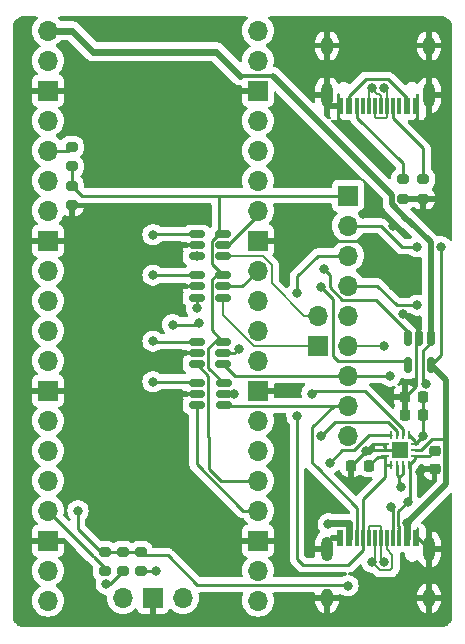
<source format=gtl>
G04 #@! TF.GenerationSoftware,KiCad,Pcbnew,8.0.2-8.0.2-0~ubuntu22.04.1*
G04 #@! TF.CreationDate,2024-05-30T19:53:11+02:00*
G04 #@! TF.ProjectId,tamarin-c,74616d61-7269-46e2-9d63-2e6b69636164,rev?*
G04 #@! TF.SameCoordinates,Original*
G04 #@! TF.FileFunction,Copper,L1,Top*
G04 #@! TF.FilePolarity,Positive*
%FSLAX46Y46*%
G04 Gerber Fmt 4.6, Leading zero omitted, Abs format (unit mm)*
G04 Created by KiCad (PCBNEW 8.0.2-8.0.2-0~ubuntu22.04.1) date 2024-05-30 19:53:11*
%MOMM*%
%LPD*%
G01*
G04 APERTURE LIST*
G04 Aperture macros list*
%AMRoundRect*
0 Rectangle with rounded corners*
0 $1 Rounding radius*
0 $2 $3 $4 $5 $6 $7 $8 $9 X,Y pos of 4 corners*
0 Add a 4 corners polygon primitive as box body*
4,1,4,$2,$3,$4,$5,$6,$7,$8,$9,$2,$3,0*
0 Add four circle primitives for the rounded corners*
1,1,$1+$1,$2,$3*
1,1,$1+$1,$4,$5*
1,1,$1+$1,$6,$7*
1,1,$1+$1,$8,$9*
0 Add four rect primitives between the rounded corners*
20,1,$1+$1,$2,$3,$4,$5,0*
20,1,$1+$1,$4,$5,$6,$7,0*
20,1,$1+$1,$6,$7,$8,$9,0*
20,1,$1+$1,$8,$9,$2,$3,0*%
G04 Aperture macros list end*
G04 #@! TA.AperFunction,SMDPad,CuDef*
%ADD10R,0.600000X1.450000*%
G04 #@! TD*
G04 #@! TA.AperFunction,SMDPad,CuDef*
%ADD11R,0.300000X1.450000*%
G04 #@! TD*
G04 #@! TA.AperFunction,ComponentPad*
%ADD12O,1.000000X2.100000*%
G04 #@! TD*
G04 #@! TA.AperFunction,ComponentPad*
%ADD13O,1.000000X1.600000*%
G04 #@! TD*
G04 #@! TA.AperFunction,ComponentPad*
%ADD14R,1.700000X1.700000*%
G04 #@! TD*
G04 #@! TA.AperFunction,ComponentPad*
%ADD15O,1.700000X1.700000*%
G04 #@! TD*
G04 #@! TA.AperFunction,SMDPad,CuDef*
%ADD16RoundRect,0.200000X-0.275000X0.200000X-0.275000X-0.200000X0.275000X-0.200000X0.275000X0.200000X0*%
G04 #@! TD*
G04 #@! TA.AperFunction,SMDPad,CuDef*
%ADD17RoundRect,0.150000X-0.512500X-0.150000X0.512500X-0.150000X0.512500X0.150000X-0.512500X0.150000X0*%
G04 #@! TD*
G04 #@! TA.AperFunction,SMDPad,CuDef*
%ADD18RoundRect,0.225000X0.225000X0.250000X-0.225000X0.250000X-0.225000X-0.250000X0.225000X-0.250000X0*%
G04 #@! TD*
G04 #@! TA.AperFunction,SMDPad,CuDef*
%ADD19RoundRect,0.225000X-0.250000X0.225000X-0.250000X-0.225000X0.250000X-0.225000X0.250000X0.225000X0*%
G04 #@! TD*
G04 #@! TA.AperFunction,SMDPad,CuDef*
%ADD20RoundRect,0.200000X0.275000X-0.200000X0.275000X0.200000X-0.275000X0.200000X-0.275000X-0.200000X0*%
G04 #@! TD*
G04 #@! TA.AperFunction,SMDPad,CuDef*
%ADD21RoundRect,0.062500X0.275000X0.062500X-0.275000X0.062500X-0.275000X-0.062500X0.275000X-0.062500X0*%
G04 #@! TD*
G04 #@! TA.AperFunction,SMDPad,CuDef*
%ADD22RoundRect,0.062500X0.062500X0.275000X-0.062500X0.275000X-0.062500X-0.275000X0.062500X-0.275000X0*%
G04 #@! TD*
G04 #@! TA.AperFunction,SMDPad,CuDef*
%ADD23R,1.450000X1.450000*%
G04 #@! TD*
G04 #@! TA.AperFunction,SMDPad,CuDef*
%ADD24RoundRect,0.150000X-0.150000X0.512500X-0.150000X-0.512500X0.150000X-0.512500X0.150000X0.512500X0*%
G04 #@! TD*
G04 #@! TA.AperFunction,ViaPad*
%ADD25C,0.800000*%
G04 #@! TD*
G04 #@! TA.AperFunction,Conductor*
%ADD26C,0.250000*%
G04 #@! TD*
G04 #@! TA.AperFunction,Conductor*
%ADD27C,0.500000*%
G04 #@! TD*
G04 #@! TA.AperFunction,Conductor*
%ADD28C,0.200000*%
G04 #@! TD*
G04 #@! TA.AperFunction,Conductor*
%ADD29C,0.600000*%
G04 #@! TD*
G04 #@! TA.AperFunction,Conductor*
%ADD30C,0.300000*%
G04 #@! TD*
G04 APERTURE END LIST*
D10*
X149300000Y-58420000D03*
X148500000Y-58420000D03*
D11*
X147300000Y-58420000D03*
X146300000Y-58420000D03*
X145800000Y-58420000D03*
X144800000Y-58420000D03*
D10*
X143600000Y-58420000D03*
X142800000Y-58420000D03*
X142800000Y-58420000D03*
X143600000Y-58420000D03*
D11*
X144300000Y-58420000D03*
X145300000Y-58420000D03*
X146800000Y-58420000D03*
X147800000Y-58420000D03*
D10*
X148500000Y-58420000D03*
X149300000Y-58420000D03*
D12*
X150370000Y-57505000D03*
D13*
X150370000Y-53325000D03*
D12*
X141730000Y-57505000D03*
D13*
X141730000Y-53325000D03*
D14*
X143510000Y-66040000D03*
D15*
X143510000Y-68580000D03*
X143510000Y-71120000D03*
X143510000Y-73660000D03*
X143510000Y-76200000D03*
X143510000Y-78740000D03*
X143510000Y-81280000D03*
X143510000Y-83820000D03*
X143510000Y-86360000D03*
D14*
X140970000Y-78730000D03*
D15*
X140970000Y-76190000D03*
D16*
X124460000Y-96175600D03*
X124460000Y-97825600D03*
D17*
X130694000Y-81879400D03*
X130694000Y-82829400D03*
X130694000Y-83779400D03*
X132969000Y-83779400D03*
X132969000Y-82829400D03*
X132969000Y-81879400D03*
D18*
X145314000Y-88900000D03*
X143764000Y-88900000D03*
D19*
X150876000Y-87630000D03*
X150876000Y-89180000D03*
D16*
X149885400Y-64630800D03*
X149885400Y-66280800D03*
D20*
X148158200Y-66306200D03*
X148158200Y-64656200D03*
D16*
X122910600Y-96175600D03*
X122910600Y-97825600D03*
D21*
X149162700Y-88097100D03*
X149162700Y-87597100D03*
X149162700Y-87097100D03*
D22*
X148650200Y-86334600D03*
X148150200Y-86334600D03*
X147650200Y-86334600D03*
X147150200Y-86334600D03*
D21*
X146637700Y-87097100D03*
X146637700Y-87597100D03*
X146637700Y-88097100D03*
D22*
X147150200Y-88859600D03*
X147650200Y-88859600D03*
X148150200Y-88859600D03*
X148650200Y-88859600D03*
D23*
X147900200Y-87597100D03*
D17*
X130683000Y-72771000D03*
X130683000Y-73721000D03*
X130683000Y-74671000D03*
X132958000Y-74671000D03*
X132958000Y-73721000D03*
X132958000Y-72771000D03*
X130683000Y-69281000D03*
X130683000Y-70231000D03*
X130683000Y-71181000D03*
X132958000Y-71181000D03*
X132958000Y-70231000D03*
X132958000Y-69281000D03*
D20*
X120142000Y-63563000D03*
X120142000Y-61913000D03*
D10*
X142800000Y-95015000D03*
X143600000Y-95015000D03*
D11*
X144800000Y-95015000D03*
X145800000Y-95015000D03*
X146300000Y-95015000D03*
X147300000Y-95015000D03*
D10*
X148500000Y-95015000D03*
X149300000Y-95015000D03*
X149300000Y-95015000D03*
X148500000Y-95015000D03*
D11*
X147800000Y-95015000D03*
X146800000Y-95015000D03*
X145300000Y-95015000D03*
X144300000Y-95015000D03*
D10*
X143600000Y-95015000D03*
X142800000Y-95015000D03*
D12*
X141730000Y-95930000D03*
D13*
X141730000Y-100110000D03*
D12*
X150370000Y-95930000D03*
D13*
X150370000Y-100110000D03*
D18*
X149873000Y-84582000D03*
X148323000Y-84582000D03*
X149873000Y-83058000D03*
X148323000Y-83058000D03*
D17*
X130688500Y-78399600D03*
X130688500Y-79349600D03*
X130688500Y-80299600D03*
X132963500Y-80299600D03*
X132963500Y-79349600D03*
X132963500Y-78399600D03*
D16*
X125984000Y-96177600D03*
X125984000Y-97827600D03*
D24*
X150505200Y-78110500D03*
X149555200Y-78110500D03*
X148605200Y-78110500D03*
X148605200Y-80385500D03*
X150505200Y-80385500D03*
D20*
X120142000Y-66865000D03*
X120142000Y-65215000D03*
D15*
X135890000Y-52070000D03*
X135890000Y-54610000D03*
D14*
X135890000Y-57150000D03*
D15*
X135890000Y-59690000D03*
X135890000Y-62230000D03*
X135890000Y-64770000D03*
X135890000Y-67310000D03*
D14*
X135890000Y-69850000D03*
D15*
X135890000Y-72390000D03*
X135890000Y-74930000D03*
X135890000Y-77470000D03*
X135890000Y-80010000D03*
D14*
X135890000Y-82550000D03*
D15*
X135890000Y-85090000D03*
X135890000Y-87630000D03*
X135890000Y-90170000D03*
X135890000Y-92710000D03*
D14*
X135890000Y-95250000D03*
D15*
X135890000Y-97790000D03*
X135890000Y-100330000D03*
X118110000Y-100330000D03*
X118110000Y-97790000D03*
D14*
X118110000Y-95250000D03*
D15*
X118110000Y-92710000D03*
X118110000Y-90170000D03*
X118110000Y-87630000D03*
X118110000Y-85090000D03*
D14*
X118110000Y-82550000D03*
D15*
X118110000Y-80010000D03*
X118110000Y-77470000D03*
X118110000Y-74930000D03*
X118110000Y-72390000D03*
D14*
X118110000Y-69850000D03*
D15*
X118110000Y-67310000D03*
X118110000Y-64770000D03*
X118110000Y-62230000D03*
X118110000Y-59690000D03*
D14*
X118110000Y-57150000D03*
D15*
X118110000Y-54610000D03*
X118110000Y-52070000D03*
X129540000Y-100100000D03*
D14*
X127000000Y-100100000D03*
D15*
X124460000Y-100100000D03*
D25*
X148590000Y-91948000D03*
X149352000Y-75311000D03*
X122301000Y-51689000D03*
X130556000Y-67437000D03*
X151384000Y-67818000D03*
X144780000Y-101092000D03*
X147320000Y-68580000D03*
X149606000Y-89408000D03*
X122174000Y-100584000D03*
X132842000Y-97790000D03*
X148186899Y-76095101D03*
X128524000Y-87884000D03*
X129286000Y-82804000D03*
X132842000Y-100838000D03*
X145024500Y-87630000D03*
X147320000Y-71120000D03*
X151892000Y-59944000D03*
X144780000Y-69850000D03*
X147574000Y-54610000D03*
X129540000Y-94996000D03*
X120142000Y-55626000D03*
X149352000Y-73660000D03*
X144780000Y-67564000D03*
X141478000Y-91948000D03*
X129286000Y-79502000D03*
X147320000Y-73660000D03*
X139192000Y-74295000D03*
X139192000Y-84709000D03*
X145525000Y-97052652D03*
X145525000Y-56877809D03*
X146575000Y-56877809D03*
X146595500Y-78740000D03*
X146575000Y-97052652D03*
X149352000Y-70358000D03*
X148500000Y-93790000D03*
X141833600Y-93827600D03*
X151384000Y-70358000D03*
X147174422Y-92357775D03*
X147066000Y-81305400D03*
X143510000Y-99060000D03*
X149860000Y-86360000D03*
X120650000Y-92710000D03*
X140462000Y-82804000D03*
X123037600Y-98925000D03*
X141986000Y-88646000D03*
X127254000Y-97790000D03*
X141224000Y-86360000D03*
X150115218Y-81983679D03*
X148024500Y-90678000D03*
X141478000Y-72263000D03*
X141224000Y-73787000D03*
X127000000Y-78359000D03*
X127000000Y-81788000D03*
X127000000Y-69342000D03*
X127000000Y-72771000D03*
X130932701Y-76839299D03*
X134239000Y-78994000D03*
X128651000Y-76962000D03*
X133858000Y-82804000D03*
X130683000Y-75565000D03*
X130683000Y-71181000D03*
D26*
X148650200Y-88859600D02*
X149162700Y-88347100D01*
X145983105Y-73660000D02*
X147634105Y-75311000D01*
X147634105Y-75311000D02*
X149352000Y-75311000D01*
X148590000Y-91948000D02*
X147775000Y-92763000D01*
X149162700Y-88347100D02*
X149162700Y-88097100D01*
X147800000Y-94234000D02*
X147775000Y-94209000D01*
X147775000Y-92763000D02*
X147775000Y-93990000D01*
X150876000Y-87630000D02*
X150408900Y-88097100D01*
X147800000Y-94234000D02*
X147800000Y-95015000D01*
X147800000Y-94234000D02*
X147800000Y-93990000D01*
X145983105Y-73660000D02*
X143510000Y-73660000D01*
X148749500Y-91788500D02*
X148590000Y-91948000D01*
X148650200Y-88859600D02*
X148749500Y-88958900D01*
X148749500Y-88958900D02*
X148749500Y-91788500D01*
X150408900Y-88097100D02*
X149162700Y-88097100D01*
X149255200Y-82125800D02*
X149255200Y-78410500D01*
X149555200Y-78110500D02*
X149555200Y-77463402D01*
X143764000Y-88890500D02*
X145024500Y-87630000D01*
X145496700Y-87597100D02*
X145389600Y-87704200D01*
X129438400Y-79349600D02*
X129286000Y-79502000D01*
X143764000Y-88900000D02*
X143764000Y-88890500D01*
D27*
X145389600Y-87704200D02*
X145098700Y-87704200D01*
D26*
X148323000Y-83058000D02*
X149255200Y-82125800D01*
X130688500Y-79349600D02*
X129438400Y-79349600D01*
X149300000Y-95015000D02*
X149455000Y-95015000D01*
X144780000Y-69850000D02*
X135890000Y-69850000D01*
X149455000Y-95015000D02*
X150370000Y-95930000D01*
X149555200Y-77463402D02*
X148186899Y-76095101D01*
X146637700Y-87097100D02*
X146637700Y-87597100D01*
X146637700Y-87097100D02*
X146550000Y-87097100D01*
X145547500Y-87597100D02*
X145389600Y-87439200D01*
D27*
X145098700Y-87704200D02*
X145024500Y-87630000D01*
D26*
X146637700Y-87597100D02*
X145547500Y-87597100D01*
X146637700Y-87597100D02*
X147900200Y-87597100D01*
X149255200Y-78410500D02*
X149555200Y-78110500D01*
X139192000Y-89916000D02*
X139192000Y-84709000D01*
X145314000Y-88874000D02*
X146050000Y-88138000D01*
X146724300Y-88859600D02*
X146637700Y-88773000D01*
X139723000Y-97305000D02*
X139446000Y-97028000D01*
X140944600Y-71120000D02*
X143510000Y-71120000D01*
X146050000Y-88138000D02*
X146596800Y-88138000D01*
X146596800Y-88138000D02*
X146637700Y-88097100D01*
X146637700Y-88097100D02*
X146637700Y-88773000D01*
X144800000Y-95015000D02*
X144800000Y-96040000D01*
X147150200Y-88859600D02*
X146724300Y-88859600D01*
X143535000Y-97305000D02*
X139723000Y-97305000D01*
X139192000Y-96774000D02*
X139192000Y-89916000D01*
X140944600Y-71120000D02*
X139192000Y-72872600D01*
X145314000Y-88900000D02*
X145314000Y-88874000D01*
X144800000Y-96040000D02*
X143535000Y-97305000D01*
X146637700Y-88773000D02*
X146637700Y-89887100D01*
X139446000Y-97028000D02*
X139192000Y-96774000D01*
X144800000Y-91724800D02*
X144800000Y-95015000D01*
X139192000Y-74295000D02*
X139192000Y-72872600D01*
X146637700Y-89887100D02*
X144800000Y-91724800D01*
X148500000Y-58420000D02*
X148500000Y-57777504D01*
X148500000Y-57777504D02*
X146875305Y-56152809D01*
X143600000Y-57568000D02*
X143600000Y-58420000D01*
X146875305Y-56152809D02*
X145015191Y-56152809D01*
X145015191Y-56152809D02*
X143600000Y-57568000D01*
X149885400Y-62030400D02*
X149885400Y-64630800D01*
X147300000Y-59445000D02*
X149885400Y-62030400D01*
X147300000Y-58420000D02*
X147300000Y-59445000D01*
D28*
X145525000Y-56877809D02*
X145525000Y-56980600D01*
X136307346Y-71181000D02*
X132958000Y-71181000D01*
X137040000Y-71913654D02*
X136307346Y-71181000D01*
X146800000Y-95990000D02*
X147275000Y-96465000D01*
X147103348Y-97752652D02*
X146225000Y-97752652D01*
X145525000Y-56980600D02*
X145939400Y-57395000D01*
X147275000Y-97581000D02*
X147103348Y-97752652D01*
X146225000Y-97752652D02*
X145525000Y-97052652D01*
X146300000Y-57592759D02*
X146300000Y-58420000D01*
X145825000Y-96127501D02*
X145800000Y-96102501D01*
X147275000Y-96465000D02*
X147275000Y-97581000D01*
X137040000Y-73462081D02*
X137040000Y-71913654D01*
X145800000Y-96102501D02*
X145800000Y-95015000D01*
X139767919Y-76190000D02*
X137040000Y-73462081D01*
X145300000Y-57102809D02*
X145525000Y-56877809D01*
X146800000Y-95015000D02*
X146800000Y-95990000D01*
X145825000Y-96752652D02*
X145825000Y-96127501D01*
X140970000Y-76190000D02*
X139767919Y-76190000D01*
X145300000Y-58420000D02*
X145300000Y-57102809D01*
X145525000Y-97052652D02*
X145825000Y-96752652D01*
X146102241Y-57395000D02*
X146300000Y-57592759D01*
X145939400Y-57395000D02*
X146102241Y-57395000D01*
X145300000Y-95015000D02*
X145300000Y-94040000D01*
X132958000Y-74671000D02*
X132958000Y-76164346D01*
X145350000Y-93990000D02*
X146250000Y-93990000D01*
X146800000Y-58420000D02*
X146800000Y-59395000D01*
X143510000Y-78740000D02*
X146595500Y-78740000D01*
X146575000Y-56877809D02*
X146800000Y-57102809D01*
X146800000Y-59395000D02*
X146750000Y-59445000D01*
X132958000Y-76164346D02*
X135533654Y-78740000D01*
X145800000Y-59395000D02*
X145800000Y-58420000D01*
X138303000Y-78740000D02*
X138313000Y-78730000D01*
X146300000Y-96102501D02*
X146300000Y-95015000D01*
X146250000Y-93990000D02*
X146300000Y-94040000D01*
X145850000Y-59445000D02*
X145800000Y-59395000D01*
X146750000Y-59445000D02*
X145850000Y-59445000D01*
X138313000Y-78730000D02*
X140970000Y-78730000D01*
X135533654Y-78740000D02*
X138303000Y-78740000D01*
X146275000Y-96127501D02*
X146300000Y-96102501D01*
X145300000Y-94040000D02*
X145350000Y-93990000D01*
X146800000Y-57102809D02*
X146800000Y-58420000D01*
X146300000Y-94040000D02*
X146300000Y-95015000D01*
X146275000Y-96752652D02*
X146275000Y-96127501D01*
X146575000Y-97052652D02*
X146275000Y-96752652D01*
D26*
X144300000Y-58420000D02*
X144300000Y-59445000D01*
X144300000Y-59445000D02*
X148158200Y-63303200D01*
X148158200Y-63303200D02*
X148158200Y-64656200D01*
D29*
X143600000Y-93790000D02*
X141871200Y-93790000D01*
D27*
X151801000Y-81681300D02*
X150505200Y-80385500D01*
D26*
X146294695Y-68580000D02*
X148072695Y-70358000D01*
X148072695Y-70358000D02*
X149352000Y-70358000D01*
D29*
X148500000Y-95015000D02*
X148500000Y-93790000D01*
D27*
X151801000Y-90489000D02*
X148500000Y-93790000D01*
D29*
X141871200Y-93790000D02*
X141833600Y-93827600D01*
D26*
X151384000Y-70358000D02*
X151384000Y-79506700D01*
D29*
X143600000Y-95015000D02*
X143600000Y-93790000D01*
D26*
X150639183Y-86614000D02*
X151801000Y-86614000D01*
X151384000Y-79506700D02*
X150505200Y-80385500D01*
D27*
X151801000Y-86614000D02*
X151801000Y-81681300D01*
D26*
X146294695Y-68580000D02*
X143510000Y-68580000D01*
X149656083Y-87597100D02*
X150639183Y-86614000D01*
X149162700Y-87597100D02*
X149656083Y-87597100D01*
D27*
X151801000Y-86614000D02*
X151801000Y-90489000D01*
D26*
X147300000Y-92483353D02*
X147174422Y-92357775D01*
X147300000Y-95015000D02*
X147300000Y-92483353D01*
X133943900Y-81280000D02*
X132963500Y-80299600D01*
X147040600Y-81280000D02*
X143510000Y-81280000D01*
X143510000Y-81280000D02*
X133943900Y-81280000D01*
X147066000Y-81305400D02*
X147040600Y-81280000D01*
X142307919Y-83820000D02*
X140499000Y-85628919D01*
X132969000Y-83779400D02*
X133009600Y-83820000D01*
X140843000Y-89027000D02*
X144300000Y-92484000D01*
X143510000Y-83820000D02*
X142307919Y-83820000D01*
X133009600Y-83820000D02*
X143510000Y-83820000D01*
X144300000Y-92484000D02*
X144300000Y-95015000D01*
X140499000Y-88683000D02*
X140843000Y-89027000D01*
X140499000Y-85628919D02*
X140499000Y-88683000D01*
X132573749Y-69281000D02*
X132958000Y-69281000D01*
X132969000Y-81879400D02*
X131676000Y-80586400D01*
X131676000Y-78966200D02*
X132242600Y-78399600D01*
X132588000Y-66040000D02*
X143510000Y-66040000D01*
X120142000Y-63563000D02*
X120142000Y-65215000D01*
X120967000Y-66040000D02*
X120142000Y-65215000D01*
X132958000Y-69281000D02*
X132588000Y-68911000D01*
X132334000Y-72771000D02*
X132958000Y-72771000D01*
X131970500Y-73134500D02*
X132334000Y-72771000D01*
X131970500Y-69884249D02*
X132573749Y-69281000D01*
X132242600Y-78399600D02*
X132963500Y-78399600D01*
X132588000Y-68911000D02*
X132588000Y-66040000D01*
X131970500Y-71783500D02*
X131970500Y-69884249D01*
X131676000Y-80586400D02*
X131676000Y-78966200D01*
X132958000Y-72771000D02*
X131970500Y-71783500D01*
X131970500Y-77406600D02*
X131970500Y-73134500D01*
X132588000Y-66040000D02*
X120967000Y-66040000D01*
X132963500Y-78399600D02*
X131970500Y-77406600D01*
X131699000Y-86487000D02*
X131699000Y-89154000D01*
X130688500Y-80299600D02*
X131681500Y-81292600D01*
X132715000Y-90170000D02*
X135890000Y-90170000D01*
X131699000Y-89154000D02*
X132715000Y-90170000D01*
X131681500Y-86469500D02*
X131699000Y-86487000D01*
X131681500Y-81292600D02*
X131681500Y-86469500D01*
X130694000Y-83779400D02*
X130694000Y-88785396D01*
X134618604Y-92710000D02*
X135890000Y-92710000D01*
X130694000Y-88785396D02*
X134618604Y-92710000D01*
X122595600Y-96175600D02*
X120650000Y-94230000D01*
X149860000Y-84595000D02*
X149873000Y-84582000D01*
X119825000Y-62230000D02*
X120142000Y-61913000D01*
X149860000Y-86360000D02*
X149860000Y-84595000D01*
X118110000Y-62230000D02*
X119825000Y-62230000D01*
X143435000Y-98985000D02*
X130735000Y-98985000D01*
X125984000Y-96177600D02*
X124462000Y-96177600D01*
X124462000Y-96177600D02*
X124460000Y-96175600D01*
X149162700Y-87057300D02*
X149860000Y-86360000D01*
X122910600Y-96175600D02*
X123952000Y-96175600D01*
X122910600Y-96175600D02*
X122595600Y-96175600D01*
X143510000Y-99060000D02*
X143435000Y-98985000D01*
X149873000Y-83058000D02*
X149873000Y-84582000D01*
X149162700Y-87097100D02*
X149162700Y-87057300D01*
X130735000Y-98985000D02*
X128242600Y-96492600D01*
X120650000Y-94230000D02*
X120650000Y-92710000D01*
X128242600Y-96492600D02*
X126299000Y-96492600D01*
X149162700Y-86847100D02*
X148650200Y-86334600D01*
X126299000Y-96492600D02*
X125984000Y-96177600D01*
X149162700Y-87097100D02*
X149162700Y-86847100D01*
X144475200Y-82575400D02*
X140690600Y-82575400D01*
X122910600Y-97825600D02*
X122910600Y-97534500D01*
X122910600Y-97534500D02*
X121991100Y-96615000D01*
X148150200Y-85812696D02*
X144912904Y-82575400D01*
X140690600Y-82575400D02*
X140462000Y-82804000D01*
X148150200Y-86334600D02*
X148150200Y-85812696D01*
X118110000Y-92710000D02*
X121920000Y-96520000D01*
X144912904Y-82575400D02*
X144475200Y-82575400D01*
X145294595Y-86334600D02*
X147150200Y-86334600D01*
X141986000Y-88646000D02*
X143029500Y-87602500D01*
X123037600Y-98925000D02*
X123360600Y-98925000D01*
X143029500Y-87602500D02*
X144026695Y-87602500D01*
X123360600Y-98925000D02*
X124460000Y-97825600D01*
X144026695Y-87602500D02*
X145294595Y-86334600D01*
X127216400Y-97827600D02*
X127254000Y-97790000D01*
X147700200Y-86284600D02*
X147700200Y-85999092D01*
X125984000Y-97827600D02*
X127216400Y-97827600D01*
X147700200Y-85999092D02*
X146886108Y-85185000D01*
X146886108Y-85185000D02*
X142399000Y-85185000D01*
X147650200Y-86334600D02*
X147650200Y-85949092D01*
X147650200Y-86334600D02*
X147700200Y-86284600D01*
X142399000Y-85185000D02*
X141224000Y-86360000D01*
D29*
X120142000Y-52070000D02*
X118110000Y-52070000D01*
D27*
X148529761Y-68072000D02*
X148590000Y-68072000D01*
D26*
X148150200Y-89568400D02*
X148150200Y-88859600D01*
D27*
X137160000Y-55880000D02*
X147233200Y-65953200D01*
D29*
X132334000Y-53848000D02*
X122174000Y-53848000D01*
D26*
X147828000Y-89839800D02*
X147828000Y-90481500D01*
D29*
X120142000Y-52070000D02*
X121920000Y-53848000D01*
D26*
X147828000Y-90481500D02*
X148024500Y-90678000D01*
X150115218Y-81983679D02*
X149880200Y-81748661D01*
X149880200Y-81748661D02*
X149880200Y-79119751D01*
D27*
X147233200Y-65953200D02*
X147233200Y-66775439D01*
D26*
X150505200Y-78492302D02*
X150505200Y-77538000D01*
X150505200Y-78494751D02*
X150505200Y-78110500D01*
X147650200Y-89662000D02*
X147828000Y-89839800D01*
D27*
X148590000Y-68072000D02*
X150505200Y-69987200D01*
X147233200Y-66775439D02*
X148529761Y-68072000D01*
D29*
X134366000Y-55880000D02*
X132334000Y-53848000D01*
D26*
X149880200Y-79119751D02*
X150505200Y-78494751D01*
X147650200Y-88859600D02*
X147650200Y-89662000D01*
D29*
X121920000Y-53848000D02*
X122174000Y-53848000D01*
D26*
X147828000Y-89839800D02*
X147853400Y-89865200D01*
X147853400Y-89865200D02*
X148150200Y-89568400D01*
D30*
X134366000Y-55880000D02*
X137160000Y-55880000D01*
D27*
X150505200Y-69987200D02*
X150505200Y-77538000D01*
D26*
X141949000Y-73760701D02*
X141949000Y-72734000D01*
X148605200Y-77538000D02*
X145902200Y-74835000D01*
X141949000Y-72734000D02*
X141478000Y-72263000D01*
X145902200Y-74835000D02*
X143023299Y-74835000D01*
X143023299Y-74835000D02*
X141949000Y-73760701D01*
X142240000Y-74803000D02*
X142240000Y-79629000D01*
X148229700Y-80010000D02*
X148605200Y-80385500D01*
X142240000Y-79629000D02*
X142621000Y-80010000D01*
X142621000Y-80010000D02*
X148229700Y-80010000D01*
X141224000Y-73787000D02*
X142240000Y-74803000D01*
X127061000Y-69281000D02*
X127000000Y-69342000D01*
X130694000Y-81879400D02*
X130638095Y-81879400D01*
X130683000Y-72771000D02*
X127000000Y-72771000D01*
X130602600Y-81788000D02*
X130694000Y-81879400D01*
X128016000Y-81788000D02*
X127000000Y-81788000D01*
X130688500Y-78399600D02*
X127040600Y-78399600D01*
X127040600Y-78399600D02*
X127000000Y-78359000D01*
X130683000Y-69281000D02*
X127061000Y-69281000D01*
X128016000Y-81788000D02*
X130602600Y-81788000D01*
X133883400Y-79349600D02*
X132963500Y-79349600D01*
X134239000Y-78994000D02*
X133883400Y-79349600D01*
X128651000Y-76962000D02*
X130810000Y-76962000D01*
X130810000Y-76962000D02*
X130932701Y-76839299D01*
X133832600Y-82829400D02*
X133858000Y-82804000D01*
X132969000Y-82829400D02*
X133832600Y-82829400D01*
X133342251Y-70231000D02*
X132958000Y-70231000D01*
X135890000Y-67310000D02*
X135890000Y-67683251D01*
X135890000Y-67683251D02*
X133342251Y-70231000D01*
X135890000Y-72390000D02*
X134559000Y-73721000D01*
X134559000Y-73721000D02*
X132958000Y-73721000D01*
X130683000Y-74671000D02*
X130683000Y-75565000D01*
G04 #@! TA.AperFunction,Conductor*
G36*
X117191280Y-50866185D02*
G01*
X117237035Y-50918989D01*
X117246979Y-50988147D01*
X117217954Y-51051703D01*
X117211922Y-51058181D01*
X117071505Y-51198597D01*
X116935965Y-51392169D01*
X116935964Y-51392171D01*
X116836098Y-51606335D01*
X116836094Y-51606344D01*
X116774938Y-51834586D01*
X116774936Y-51834596D01*
X116754341Y-52069999D01*
X116754341Y-52070000D01*
X116774936Y-52305403D01*
X116774938Y-52305413D01*
X116836094Y-52533655D01*
X116836096Y-52533659D01*
X116836097Y-52533663D01*
X116925319Y-52725000D01*
X116935965Y-52747830D01*
X116935967Y-52747834D01*
X117071501Y-52941395D01*
X117071506Y-52941402D01*
X117238597Y-53108493D01*
X117238603Y-53108498D01*
X117424158Y-53238425D01*
X117467783Y-53293002D01*
X117474977Y-53362500D01*
X117443454Y-53424855D01*
X117424158Y-53441575D01*
X117238597Y-53571505D01*
X117071505Y-53738597D01*
X116935965Y-53932169D01*
X116935964Y-53932171D01*
X116836098Y-54146335D01*
X116836094Y-54146344D01*
X116774938Y-54374586D01*
X116774936Y-54374596D01*
X116754341Y-54609999D01*
X116754341Y-54610000D01*
X116774936Y-54845403D01*
X116774938Y-54845413D01*
X116836094Y-55073655D01*
X116836096Y-55073659D01*
X116836097Y-55073663D01*
X116935965Y-55287830D01*
X116935967Y-55287834D01*
X116942422Y-55297052D01*
X117071501Y-55481396D01*
X117071506Y-55481402D01*
X117193818Y-55603714D01*
X117227303Y-55665037D01*
X117222319Y-55734729D01*
X117180447Y-55790662D01*
X117149471Y-55807577D01*
X117017912Y-55856646D01*
X117017906Y-55856649D01*
X116902812Y-55942809D01*
X116902809Y-55942812D01*
X116816649Y-56057906D01*
X116816645Y-56057913D01*
X116766403Y-56192620D01*
X116766401Y-56192627D01*
X116760000Y-56252155D01*
X116760000Y-56900000D01*
X117665440Y-56900000D01*
X117634755Y-56953147D01*
X117600000Y-57082857D01*
X117600000Y-57217143D01*
X117634755Y-57346853D01*
X117665440Y-57400000D01*
X116760000Y-57400000D01*
X116760000Y-58047844D01*
X116766401Y-58107372D01*
X116766403Y-58107379D01*
X116816645Y-58242086D01*
X116816649Y-58242093D01*
X116902809Y-58357187D01*
X116902812Y-58357190D01*
X117017906Y-58443350D01*
X117017913Y-58443354D01*
X117149470Y-58492421D01*
X117205403Y-58534292D01*
X117229821Y-58599756D01*
X117214970Y-58668029D01*
X117193819Y-58696284D01*
X117071503Y-58818600D01*
X116935965Y-59012169D01*
X116935964Y-59012171D01*
X116836098Y-59226335D01*
X116836094Y-59226344D01*
X116774938Y-59454586D01*
X116774936Y-59454596D01*
X116754341Y-59689999D01*
X116754341Y-59690000D01*
X116774936Y-59925403D01*
X116774938Y-59925413D01*
X116836094Y-60153655D01*
X116836096Y-60153659D01*
X116836097Y-60153663D01*
X116935965Y-60367830D01*
X116935967Y-60367834D01*
X117071501Y-60561395D01*
X117071506Y-60561402D01*
X117238597Y-60728493D01*
X117238603Y-60728498D01*
X117424158Y-60858425D01*
X117467783Y-60913002D01*
X117474977Y-60982500D01*
X117443454Y-61044855D01*
X117424158Y-61061575D01*
X117238597Y-61191505D01*
X117071505Y-61358597D01*
X116935965Y-61552169D01*
X116935964Y-61552171D01*
X116836098Y-61766335D01*
X116836094Y-61766344D01*
X116774938Y-61994586D01*
X116774936Y-61994596D01*
X116754341Y-62229999D01*
X116754341Y-62230000D01*
X116774936Y-62465403D01*
X116774938Y-62465413D01*
X116836094Y-62693655D01*
X116836096Y-62693659D01*
X116836097Y-62693663D01*
X116893768Y-62817339D01*
X116935965Y-62907830D01*
X116935967Y-62907834D01*
X117071501Y-63101395D01*
X117071506Y-63101402D01*
X117238597Y-63268493D01*
X117238603Y-63268498D01*
X117424158Y-63398425D01*
X117467783Y-63453002D01*
X117474977Y-63522500D01*
X117443454Y-63584855D01*
X117424158Y-63601575D01*
X117238597Y-63731505D01*
X117071505Y-63898597D01*
X116935965Y-64092169D01*
X116935964Y-64092171D01*
X116836098Y-64306335D01*
X116836094Y-64306344D01*
X116774938Y-64534586D01*
X116774936Y-64534596D01*
X116754341Y-64769999D01*
X116754341Y-64770000D01*
X116774936Y-65005403D01*
X116774938Y-65005413D01*
X116836094Y-65233655D01*
X116836096Y-65233659D01*
X116836097Y-65233663D01*
X116917950Y-65409196D01*
X116935965Y-65447830D01*
X116935967Y-65447834D01*
X117071501Y-65641395D01*
X117071506Y-65641402D01*
X117238597Y-65808493D01*
X117238603Y-65808498D01*
X117424158Y-65938425D01*
X117467783Y-65993002D01*
X117474977Y-66062500D01*
X117443454Y-66124855D01*
X117424158Y-66141575D01*
X117238597Y-66271505D01*
X117071505Y-66438597D01*
X116935965Y-66632169D01*
X116935964Y-66632171D01*
X116836098Y-66846335D01*
X116836094Y-66846344D01*
X116774938Y-67074586D01*
X116774936Y-67074596D01*
X116754341Y-67309999D01*
X116754341Y-67310000D01*
X116774936Y-67545403D01*
X116774938Y-67545413D01*
X116836094Y-67773655D01*
X116836096Y-67773659D01*
X116836097Y-67773663D01*
X116926669Y-67967895D01*
X116935965Y-67987830D01*
X116935967Y-67987834D01*
X117044281Y-68142521D01*
X117071501Y-68181396D01*
X117071506Y-68181402D01*
X117193818Y-68303714D01*
X117227303Y-68365037D01*
X117222319Y-68434729D01*
X117180447Y-68490662D01*
X117149471Y-68507577D01*
X117017912Y-68556646D01*
X117017906Y-68556649D01*
X116902812Y-68642809D01*
X116902809Y-68642812D01*
X116816649Y-68757906D01*
X116816645Y-68757913D01*
X116766403Y-68892620D01*
X116766401Y-68892627D01*
X116760000Y-68952155D01*
X116760000Y-69600000D01*
X117665440Y-69600000D01*
X117634755Y-69653147D01*
X117600000Y-69782857D01*
X117600000Y-69917143D01*
X117634755Y-70046853D01*
X117665440Y-70100000D01*
X116760000Y-70100000D01*
X116760000Y-70747844D01*
X116766401Y-70807372D01*
X116766403Y-70807379D01*
X116816645Y-70942086D01*
X116816649Y-70942093D01*
X116902809Y-71057187D01*
X116902812Y-71057190D01*
X117017906Y-71143350D01*
X117017913Y-71143354D01*
X117149470Y-71192421D01*
X117205403Y-71234292D01*
X117229821Y-71299756D01*
X117214970Y-71368029D01*
X117193819Y-71396284D01*
X117071503Y-71518600D01*
X116935965Y-71712169D01*
X116935964Y-71712171D01*
X116836098Y-71926335D01*
X116836094Y-71926344D01*
X116774938Y-72154586D01*
X116774936Y-72154596D01*
X116754341Y-72389999D01*
X116754341Y-72390000D01*
X116774936Y-72625403D01*
X116774938Y-72625413D01*
X116836094Y-72853655D01*
X116836096Y-72853659D01*
X116836097Y-72853663D01*
X116931632Y-73058537D01*
X116935965Y-73067830D01*
X116935967Y-73067834D01*
X117020348Y-73188342D01*
X117066872Y-73254785D01*
X117071501Y-73261395D01*
X117071506Y-73261402D01*
X117238597Y-73428493D01*
X117238603Y-73428498D01*
X117424158Y-73558425D01*
X117467783Y-73613002D01*
X117474977Y-73682500D01*
X117443454Y-73744855D01*
X117424158Y-73761575D01*
X117238597Y-73891505D01*
X117071505Y-74058597D01*
X116935965Y-74252169D01*
X116935964Y-74252171D01*
X116836098Y-74466335D01*
X116836094Y-74466344D01*
X116774938Y-74694586D01*
X116774936Y-74694596D01*
X116754341Y-74929999D01*
X116754341Y-74930000D01*
X116774936Y-75165403D01*
X116774938Y-75165413D01*
X116836094Y-75393655D01*
X116836096Y-75393659D01*
X116836097Y-75393663D01*
X116915993Y-75564999D01*
X116935965Y-75607830D01*
X116935967Y-75607834D01*
X117071501Y-75801395D01*
X117071506Y-75801402D01*
X117238597Y-75968493D01*
X117238603Y-75968498D01*
X117424158Y-76098425D01*
X117467783Y-76153002D01*
X117474977Y-76222500D01*
X117443454Y-76284855D01*
X117424158Y-76301575D01*
X117238597Y-76431505D01*
X117071505Y-76598597D01*
X116935965Y-76792169D01*
X116935964Y-76792171D01*
X116836098Y-77006335D01*
X116836094Y-77006344D01*
X116774938Y-77234586D01*
X116774936Y-77234596D01*
X116754341Y-77469999D01*
X116754341Y-77470000D01*
X116774936Y-77705403D01*
X116774938Y-77705413D01*
X116836094Y-77933655D01*
X116836096Y-77933659D01*
X116836097Y-77933663D01*
X116932081Y-78139500D01*
X116935965Y-78147830D01*
X116935967Y-78147834D01*
X117071501Y-78341395D01*
X117071506Y-78341402D01*
X117238597Y-78508493D01*
X117238603Y-78508498D01*
X117424158Y-78638425D01*
X117467783Y-78693002D01*
X117474977Y-78762500D01*
X117443454Y-78824855D01*
X117424158Y-78841575D01*
X117238597Y-78971505D01*
X117071505Y-79138597D01*
X116935965Y-79332169D01*
X116935964Y-79332171D01*
X116836098Y-79546335D01*
X116836094Y-79546344D01*
X116774938Y-79774586D01*
X116774936Y-79774596D01*
X116754341Y-80009999D01*
X116754341Y-80010000D01*
X116774936Y-80245403D01*
X116774938Y-80245413D01*
X116836094Y-80473655D01*
X116836096Y-80473659D01*
X116836097Y-80473663D01*
X116901470Y-80613856D01*
X116935965Y-80687830D01*
X116935967Y-80687834D01*
X117003209Y-80783865D01*
X117071501Y-80881396D01*
X117071506Y-80881402D01*
X117193818Y-81003714D01*
X117227303Y-81065037D01*
X117222319Y-81134729D01*
X117180447Y-81190662D01*
X117149471Y-81207577D01*
X117017912Y-81256646D01*
X117017906Y-81256649D01*
X116902812Y-81342809D01*
X116902809Y-81342812D01*
X116816649Y-81457906D01*
X116816645Y-81457913D01*
X116766403Y-81592620D01*
X116766401Y-81592627D01*
X116760000Y-81652155D01*
X116760000Y-82300000D01*
X117665440Y-82300000D01*
X117634755Y-82353147D01*
X117600000Y-82482857D01*
X117600000Y-82617143D01*
X117634755Y-82746853D01*
X117665440Y-82800000D01*
X116760000Y-82800000D01*
X116760000Y-83447844D01*
X116766401Y-83507372D01*
X116766403Y-83507379D01*
X116816645Y-83642086D01*
X116816649Y-83642093D01*
X116902809Y-83757187D01*
X116902812Y-83757190D01*
X117017906Y-83843350D01*
X117017913Y-83843354D01*
X117149470Y-83892421D01*
X117205403Y-83934292D01*
X117229821Y-83999756D01*
X117214970Y-84068029D01*
X117193819Y-84096284D01*
X117071503Y-84218600D01*
X116935965Y-84412169D01*
X116935964Y-84412171D01*
X116836098Y-84626335D01*
X116836094Y-84626344D01*
X116774938Y-84854586D01*
X116774936Y-84854596D01*
X116754341Y-85089999D01*
X116754341Y-85090000D01*
X116774936Y-85325403D01*
X116774938Y-85325413D01*
X116836094Y-85553655D01*
X116836096Y-85553659D01*
X116836097Y-85553663D01*
X116884780Y-85658064D01*
X116935965Y-85767830D01*
X116935967Y-85767834D01*
X117071501Y-85961395D01*
X117071506Y-85961402D01*
X117238597Y-86128493D01*
X117238603Y-86128498D01*
X117424158Y-86258425D01*
X117467783Y-86313002D01*
X117474977Y-86382500D01*
X117443454Y-86444855D01*
X117424158Y-86461575D01*
X117238597Y-86591505D01*
X117071505Y-86758597D01*
X116935965Y-86952169D01*
X116935964Y-86952171D01*
X116836098Y-87166335D01*
X116836094Y-87166344D01*
X116774938Y-87394586D01*
X116774936Y-87394596D01*
X116754341Y-87629999D01*
X116754341Y-87630000D01*
X116774936Y-87865403D01*
X116774938Y-87865413D01*
X116836094Y-88093655D01*
X116836096Y-88093659D01*
X116836097Y-88093663D01*
X116887531Y-88203963D01*
X116935965Y-88307830D01*
X116935967Y-88307834D01*
X117071501Y-88501395D01*
X117071506Y-88501402D01*
X117238597Y-88668493D01*
X117238603Y-88668498D01*
X117424158Y-88798425D01*
X117467783Y-88853002D01*
X117474977Y-88922500D01*
X117443454Y-88984855D01*
X117424158Y-89001575D01*
X117238597Y-89131505D01*
X117071505Y-89298597D01*
X116935965Y-89492169D01*
X116935964Y-89492171D01*
X116836098Y-89706335D01*
X116836094Y-89706344D01*
X116774938Y-89934586D01*
X116774936Y-89934596D01*
X116754341Y-90169999D01*
X116754341Y-90170000D01*
X116774936Y-90405403D01*
X116774938Y-90405413D01*
X116836094Y-90633655D01*
X116836096Y-90633659D01*
X116836097Y-90633663D01*
X116920742Y-90815185D01*
X116935965Y-90847830D01*
X116935967Y-90847834D01*
X117004605Y-90945858D01*
X117071501Y-91041396D01*
X117071506Y-91041402D01*
X117238597Y-91208493D01*
X117238603Y-91208498D01*
X117424158Y-91338425D01*
X117467783Y-91393002D01*
X117474977Y-91462500D01*
X117443454Y-91524855D01*
X117424158Y-91541575D01*
X117238597Y-91671505D01*
X117071505Y-91838597D01*
X116935965Y-92032169D01*
X116935964Y-92032171D01*
X116836098Y-92246335D01*
X116836094Y-92246344D01*
X116774938Y-92474586D01*
X116774936Y-92474596D01*
X116754341Y-92709999D01*
X116754341Y-92710000D01*
X116774936Y-92945403D01*
X116774938Y-92945413D01*
X116836094Y-93173655D01*
X116836096Y-93173659D01*
X116836097Y-93173663D01*
X116927564Y-93369815D01*
X116935965Y-93387830D01*
X116935967Y-93387834D01*
X116986019Y-93459315D01*
X117071501Y-93581396D01*
X117071506Y-93581402D01*
X117193818Y-93703714D01*
X117227303Y-93765037D01*
X117222319Y-93834729D01*
X117180447Y-93890662D01*
X117149471Y-93907577D01*
X117017912Y-93956646D01*
X117017906Y-93956649D01*
X116902812Y-94042809D01*
X116902809Y-94042812D01*
X116816649Y-94157906D01*
X116816645Y-94157913D01*
X116766403Y-94292620D01*
X116766401Y-94292627D01*
X116760000Y-94352155D01*
X116760000Y-95000000D01*
X117665440Y-95000000D01*
X117634755Y-95053147D01*
X117600000Y-95182857D01*
X117600000Y-95317143D01*
X117634755Y-95446853D01*
X117665440Y-95500000D01*
X116760000Y-95500000D01*
X116760000Y-96147844D01*
X116766401Y-96207372D01*
X116766403Y-96207379D01*
X116816645Y-96342086D01*
X116816649Y-96342093D01*
X116902809Y-96457187D01*
X116902812Y-96457190D01*
X117017906Y-96543350D01*
X117017913Y-96543354D01*
X117149470Y-96592421D01*
X117205403Y-96634292D01*
X117229821Y-96699756D01*
X117214970Y-96768029D01*
X117193819Y-96796284D01*
X117071503Y-96918600D01*
X116935965Y-97112169D01*
X116935964Y-97112171D01*
X116836098Y-97326335D01*
X116836094Y-97326344D01*
X116774938Y-97554586D01*
X116774936Y-97554596D01*
X116754341Y-97789999D01*
X116754341Y-97790000D01*
X116774936Y-98025403D01*
X116774938Y-98025413D01*
X116836094Y-98253655D01*
X116836096Y-98253659D01*
X116836097Y-98253663D01*
X116932680Y-98460785D01*
X116935965Y-98467830D01*
X116935967Y-98467834D01*
X117071501Y-98661395D01*
X117071506Y-98661402D01*
X117238597Y-98828493D01*
X117238603Y-98828498D01*
X117424158Y-98958425D01*
X117467783Y-99013002D01*
X117474977Y-99082500D01*
X117443454Y-99144855D01*
X117424158Y-99161575D01*
X117238597Y-99291505D01*
X117071505Y-99458597D01*
X116935965Y-99652169D01*
X116935964Y-99652171D01*
X116836098Y-99866335D01*
X116836094Y-99866344D01*
X116774938Y-100094586D01*
X116774936Y-100094596D01*
X116754341Y-100329999D01*
X116754341Y-100330000D01*
X116774936Y-100565403D01*
X116774938Y-100565413D01*
X116836094Y-100793655D01*
X116836096Y-100793659D01*
X116836097Y-100793663D01*
X116878069Y-100883671D01*
X116935965Y-101007830D01*
X116935967Y-101007834D01*
X116972865Y-101060529D01*
X117071505Y-101201401D01*
X117238599Y-101368495D01*
X117333665Y-101435061D01*
X117432165Y-101504032D01*
X117432167Y-101504033D01*
X117432170Y-101504035D01*
X117646337Y-101603903D01*
X117646343Y-101603904D01*
X117646344Y-101603905D01*
X117651905Y-101605395D01*
X117874592Y-101665063D01*
X118062918Y-101681539D01*
X118109999Y-101685659D01*
X118110000Y-101685659D01*
X118110001Y-101685659D01*
X118149234Y-101682226D01*
X118345408Y-101665063D01*
X118573663Y-101603903D01*
X118787830Y-101504035D01*
X118981401Y-101368495D01*
X119148495Y-101201401D01*
X119284035Y-101007830D01*
X119383903Y-100793663D01*
X119445063Y-100565408D01*
X119465659Y-100330000D01*
X119445063Y-100094592D01*
X119383903Y-99866337D01*
X119284035Y-99652171D01*
X119274730Y-99638881D01*
X119148494Y-99458597D01*
X118981402Y-99291506D01*
X118981396Y-99291501D01*
X118795842Y-99161575D01*
X118752217Y-99106998D01*
X118745023Y-99037500D01*
X118776546Y-98975145D01*
X118795842Y-98958425D01*
X118818026Y-98942891D01*
X118981401Y-98828495D01*
X119148495Y-98661401D01*
X119284035Y-98467830D01*
X119383903Y-98253663D01*
X119445063Y-98025408D01*
X119465659Y-97790000D01*
X119445063Y-97554592D01*
X119383903Y-97326337D01*
X119284035Y-97112171D01*
X119271356Y-97094064D01*
X119148496Y-96918600D01*
X119096453Y-96866557D01*
X119026179Y-96796283D01*
X118992696Y-96734963D01*
X118997680Y-96665271D01*
X119039551Y-96609337D01*
X119070529Y-96592422D01*
X119202086Y-96543354D01*
X119202093Y-96543350D01*
X119317187Y-96457190D01*
X119317190Y-96457187D01*
X119403350Y-96342093D01*
X119403354Y-96342086D01*
X119453596Y-96207379D01*
X119453598Y-96207372D01*
X119459999Y-96147844D01*
X119460000Y-96147827D01*
X119460000Y-95500000D01*
X118554560Y-95500000D01*
X118585245Y-95446853D01*
X118620000Y-95317143D01*
X118620000Y-95182857D01*
X118585245Y-95053147D01*
X118554560Y-95000000D01*
X119464048Y-95000000D01*
X119531087Y-95019685D01*
X119551727Y-95036317D01*
X120514894Y-95999485D01*
X121448477Y-96933068D01*
X121463897Y-96951857D01*
X121505239Y-97013727D01*
X121505245Y-97013735D01*
X121904480Y-97412971D01*
X121937965Y-97474294D01*
X121940289Y-97511873D01*
X121936409Y-97554586D01*
X121935100Y-97568986D01*
X121935100Y-98082213D01*
X121941513Y-98152792D01*
X121941513Y-98152794D01*
X121941514Y-98152796D01*
X121992122Y-98315206D01*
X122080128Y-98460785D01*
X122148263Y-98528920D01*
X122181747Y-98590241D01*
X122178512Y-98654917D01*
X122151928Y-98736737D01*
X122151926Y-98736743D01*
X122141456Y-98836362D01*
X122132140Y-98925000D01*
X122151926Y-99113256D01*
X122151927Y-99113259D01*
X122210418Y-99293277D01*
X122210421Y-99293284D01*
X122305067Y-99457216D01*
X122424627Y-99590000D01*
X122431729Y-99597888D01*
X122584865Y-99709148D01*
X122584870Y-99709151D01*
X122757792Y-99786142D01*
X122757797Y-99786144D01*
X122942954Y-99825500D01*
X122942955Y-99825500D01*
X122993035Y-99825500D01*
X123060074Y-99845185D01*
X123105829Y-99897989D01*
X123116563Y-99960308D01*
X123104341Y-100099999D01*
X123104341Y-100100000D01*
X123124936Y-100335403D01*
X123124938Y-100335413D01*
X123186094Y-100563655D01*
X123186096Y-100563659D01*
X123186097Y-100563663D01*
X123226385Y-100650060D01*
X123285965Y-100777830D01*
X123285967Y-100777834D01*
X123360085Y-100883684D01*
X123421505Y-100971401D01*
X123588599Y-101138495D01*
X123657516Y-101186751D01*
X123782165Y-101274032D01*
X123782167Y-101274033D01*
X123782170Y-101274035D01*
X123996337Y-101373903D01*
X123996343Y-101373904D01*
X123996344Y-101373905D01*
X124051285Y-101388626D01*
X124224592Y-101435063D01*
X124395319Y-101450000D01*
X124459999Y-101455659D01*
X124460000Y-101455659D01*
X124460001Y-101455659D01*
X124524681Y-101450000D01*
X124695408Y-101435063D01*
X124923663Y-101373903D01*
X125137830Y-101274035D01*
X125331401Y-101138495D01*
X125453717Y-101016178D01*
X125515036Y-100982696D01*
X125584728Y-100987680D01*
X125640662Y-101029551D01*
X125657577Y-101060528D01*
X125706646Y-101192088D01*
X125706649Y-101192093D01*
X125792809Y-101307187D01*
X125792812Y-101307190D01*
X125907906Y-101393350D01*
X125907913Y-101393354D01*
X126042620Y-101443596D01*
X126042627Y-101443598D01*
X126102155Y-101449999D01*
X126102172Y-101450000D01*
X126750000Y-101450000D01*
X126750000Y-100544560D01*
X126803147Y-100575245D01*
X126932857Y-100610000D01*
X127067143Y-100610000D01*
X127196853Y-100575245D01*
X127250000Y-100544560D01*
X127250000Y-101450000D01*
X127897828Y-101450000D01*
X127897844Y-101449999D01*
X127957372Y-101443598D01*
X127957379Y-101443596D01*
X128092086Y-101393354D01*
X128092093Y-101393350D01*
X128207187Y-101307190D01*
X128207190Y-101307187D01*
X128293350Y-101192093D01*
X128293354Y-101192086D01*
X128342422Y-101060529D01*
X128384293Y-101004595D01*
X128449757Y-100980178D01*
X128518030Y-100995030D01*
X128546285Y-101016181D01*
X128668599Y-101138495D01*
X128737516Y-101186751D01*
X128862165Y-101274032D01*
X128862167Y-101274033D01*
X128862170Y-101274035D01*
X129076337Y-101373903D01*
X129076343Y-101373904D01*
X129076344Y-101373905D01*
X129131285Y-101388626D01*
X129304592Y-101435063D01*
X129475319Y-101450000D01*
X129539999Y-101455659D01*
X129540000Y-101455659D01*
X129540001Y-101455659D01*
X129604681Y-101450000D01*
X129775408Y-101435063D01*
X130003663Y-101373903D01*
X130217830Y-101274035D01*
X130411401Y-101138495D01*
X130578495Y-100971401D01*
X130714035Y-100777830D01*
X130813903Y-100563663D01*
X130875063Y-100335408D01*
X130895659Y-100100000D01*
X130875063Y-99864592D01*
X130854043Y-99786142D01*
X130848805Y-99766593D01*
X130850468Y-99696743D01*
X130889631Y-99638881D01*
X130953860Y-99611377D01*
X130968580Y-99610500D01*
X134540755Y-99610500D01*
X134607794Y-99630185D01*
X134653549Y-99682989D01*
X134663493Y-99752147D01*
X134653137Y-99786905D01*
X134616098Y-99866335D01*
X134616094Y-99866344D01*
X134554938Y-100094586D01*
X134554936Y-100094596D01*
X134534341Y-100329999D01*
X134534341Y-100330000D01*
X134554936Y-100565403D01*
X134554938Y-100565413D01*
X134616094Y-100793655D01*
X134616096Y-100793659D01*
X134616097Y-100793663D01*
X134658069Y-100883671D01*
X134715965Y-101007830D01*
X134715967Y-101007834D01*
X134752865Y-101060529D01*
X134851505Y-101201401D01*
X135018599Y-101368495D01*
X135113665Y-101435061D01*
X135212165Y-101504032D01*
X135212167Y-101504033D01*
X135212170Y-101504035D01*
X135426337Y-101603903D01*
X135426343Y-101603904D01*
X135426344Y-101603905D01*
X135431905Y-101605395D01*
X135654592Y-101665063D01*
X135842918Y-101681539D01*
X135889999Y-101685659D01*
X135890000Y-101685659D01*
X135890001Y-101685659D01*
X135929234Y-101682226D01*
X136125408Y-101665063D01*
X136353663Y-101603903D01*
X136567830Y-101504035D01*
X136761401Y-101368495D01*
X136928495Y-101201401D01*
X137064035Y-101007830D01*
X137163903Y-100793663D01*
X137225063Y-100565408D01*
X137245659Y-100330000D01*
X137225063Y-100094592D01*
X137163903Y-99866337D01*
X137126863Y-99786905D01*
X137116371Y-99717827D01*
X137144891Y-99654043D01*
X137203367Y-99615804D01*
X137239245Y-99610500D01*
X140606000Y-99610500D01*
X140673039Y-99630185D01*
X140718794Y-99682989D01*
X140730000Y-99734500D01*
X140730000Y-99860000D01*
X141430000Y-99860000D01*
X141430000Y-100360000D01*
X140730000Y-100360000D01*
X140730000Y-100508495D01*
X140768427Y-100701681D01*
X140768430Y-100701693D01*
X140843807Y-100883671D01*
X140843814Y-100883684D01*
X140953248Y-101047462D01*
X140953251Y-101047466D01*
X141092533Y-101186748D01*
X141092537Y-101186751D01*
X141256315Y-101296185D01*
X141256328Y-101296192D01*
X141438308Y-101371569D01*
X141480000Y-101379862D01*
X141480000Y-100576988D01*
X141489940Y-100594205D01*
X141545795Y-100650060D01*
X141614204Y-100689556D01*
X141690504Y-100710000D01*
X141769496Y-100710000D01*
X141845796Y-100689556D01*
X141914205Y-100650060D01*
X141970060Y-100594205D01*
X141980000Y-100576988D01*
X141980000Y-101379862D01*
X142021690Y-101371569D01*
X142021692Y-101371569D01*
X142203671Y-101296192D01*
X142203684Y-101296185D01*
X142367462Y-101186751D01*
X142367466Y-101186748D01*
X142506748Y-101047466D01*
X142506751Y-101047462D01*
X142616185Y-100883684D01*
X142616192Y-100883671D01*
X142691569Y-100701693D01*
X142691572Y-100701681D01*
X142729999Y-100508495D01*
X142730000Y-100508492D01*
X142730000Y-100360000D01*
X142030000Y-100360000D01*
X142030000Y-99860000D01*
X142730000Y-99860000D01*
X142730000Y-99849739D01*
X142749685Y-99782700D01*
X142802489Y-99736945D01*
X142871647Y-99727001D01*
X142926883Y-99749419D01*
X143030616Y-99824786D01*
X143057270Y-99844151D01*
X143230192Y-99921142D01*
X143230197Y-99921144D01*
X143415354Y-99960500D01*
X143415355Y-99960500D01*
X143604644Y-99960500D01*
X143604646Y-99960500D01*
X143789803Y-99921144D01*
X143962730Y-99844151D01*
X144115871Y-99732888D01*
X144135125Y-99711504D01*
X149370000Y-99711504D01*
X149370000Y-99860000D01*
X150070000Y-99860000D01*
X150070000Y-100360000D01*
X149370000Y-100360000D01*
X149370000Y-100508495D01*
X149408427Y-100701681D01*
X149408430Y-100701693D01*
X149483807Y-100883671D01*
X149483814Y-100883684D01*
X149593248Y-101047462D01*
X149593251Y-101047466D01*
X149732533Y-101186748D01*
X149732537Y-101186751D01*
X149896315Y-101296185D01*
X149896328Y-101296192D01*
X150078308Y-101371569D01*
X150120000Y-101379862D01*
X150120000Y-100576988D01*
X150129940Y-100594205D01*
X150185795Y-100650060D01*
X150254204Y-100689556D01*
X150330504Y-100710000D01*
X150409496Y-100710000D01*
X150485796Y-100689556D01*
X150554205Y-100650060D01*
X150610060Y-100594205D01*
X150620000Y-100576988D01*
X150620000Y-101379862D01*
X150661690Y-101371569D01*
X150661692Y-101371569D01*
X150843671Y-101296192D01*
X150843684Y-101296185D01*
X151007462Y-101186751D01*
X151007466Y-101186748D01*
X151146748Y-101047466D01*
X151146751Y-101047462D01*
X151256185Y-100883684D01*
X151256192Y-100883671D01*
X151331569Y-100701693D01*
X151331572Y-100701681D01*
X151369999Y-100508495D01*
X151370000Y-100508492D01*
X151370000Y-100360000D01*
X150670000Y-100360000D01*
X150670000Y-99860000D01*
X151370000Y-99860000D01*
X151370000Y-99711508D01*
X151369999Y-99711504D01*
X151331572Y-99518318D01*
X151331569Y-99518306D01*
X151256192Y-99336328D01*
X151256185Y-99336315D01*
X151146751Y-99172537D01*
X151146748Y-99172533D01*
X151007466Y-99033251D01*
X151007462Y-99033248D01*
X150843684Y-98923814D01*
X150843671Y-98923807D01*
X150661691Y-98848429D01*
X150661683Y-98848427D01*
X150620000Y-98840135D01*
X150620000Y-99643011D01*
X150610060Y-99625795D01*
X150554205Y-99569940D01*
X150485796Y-99530444D01*
X150409496Y-99510000D01*
X150330504Y-99510000D01*
X150254204Y-99530444D01*
X150185795Y-99569940D01*
X150129940Y-99625795D01*
X150120000Y-99643011D01*
X150120000Y-98840136D01*
X150119999Y-98840135D01*
X150078316Y-98848427D01*
X150078308Y-98848429D01*
X149896328Y-98923807D01*
X149896315Y-98923814D01*
X149732537Y-99033248D01*
X149732533Y-99033251D01*
X149593251Y-99172533D01*
X149593248Y-99172537D01*
X149483814Y-99336315D01*
X149483807Y-99336328D01*
X149408430Y-99518306D01*
X149408427Y-99518318D01*
X149370000Y-99711504D01*
X144135125Y-99711504D01*
X144242533Y-99592216D01*
X144337179Y-99428284D01*
X144395674Y-99248256D01*
X144415460Y-99060000D01*
X144395674Y-98871744D01*
X144337179Y-98691716D01*
X144242533Y-98527784D01*
X144115871Y-98387112D01*
X144115870Y-98387111D01*
X143962734Y-98275851D01*
X143962729Y-98275848D01*
X143789807Y-98198857D01*
X143789802Y-98198855D01*
X143633790Y-98165694D01*
X143572308Y-98132502D01*
X143538532Y-98071338D01*
X143543184Y-98001624D01*
X143584789Y-97945492D01*
X143635375Y-97922788D01*
X143680585Y-97913796D01*
X143717452Y-97906463D01*
X143758341Y-97889526D01*
X143831286Y-97859312D01*
X143900918Y-97812784D01*
X143933733Y-97790858D01*
X144020858Y-97703733D01*
X144020859Y-97703731D01*
X144027925Y-97696665D01*
X144027928Y-97696661D01*
X144458075Y-97266513D01*
X144519396Y-97233030D01*
X144589088Y-97238014D01*
X144645021Y-97279886D01*
X144663685Y-97315878D01*
X144697818Y-97420929D01*
X144697821Y-97420936D01*
X144792467Y-97584868D01*
X144860166Y-97660055D01*
X144919129Y-97725540D01*
X145072265Y-97836800D01*
X145072270Y-97836803D01*
X145245192Y-97913794D01*
X145245195Y-97913795D01*
X145245197Y-97913796D01*
X145430354Y-97953152D01*
X145524903Y-97953152D01*
X145591942Y-97972837D01*
X145612584Y-97989471D01*
X145740139Y-98117026D01*
X145740149Y-98117037D01*
X145744479Y-98121367D01*
X145744480Y-98121368D01*
X145856284Y-98233172D01*
X145856286Y-98233173D01*
X145856290Y-98233176D01*
X145993209Y-98312225D01*
X145993216Y-98312229D01*
X146105019Y-98342186D01*
X146145942Y-98353152D01*
X146145943Y-98353152D01*
X147016679Y-98353152D01*
X147016695Y-98353153D01*
X147024291Y-98353153D01*
X147182402Y-98353153D01*
X147182405Y-98353153D01*
X147335133Y-98312229D01*
X147385252Y-98283291D01*
X147472064Y-98233172D01*
X147583868Y-98121368D01*
X147583868Y-98121367D01*
X147601308Y-98103927D01*
X147601310Y-98103924D01*
X147633088Y-98072147D01*
X147755520Y-97949716D01*
X147834577Y-97812784D01*
X147875501Y-97660057D01*
X147875501Y-97501942D01*
X147875501Y-97494347D01*
X147875500Y-97494329D01*
X147875500Y-96385947D01*
X147875500Y-96385943D01*
X147875498Y-96385939D01*
X147874808Y-96380694D01*
X147885569Y-96311658D01*
X147931944Y-96259398D01*
X147994602Y-96241401D01*
X147994578Y-96240937D01*
X147994569Y-96240854D01*
X147994573Y-96240853D01*
X147994564Y-96240676D01*
X147997717Y-96240507D01*
X147997746Y-96240499D01*
X147997871Y-96240499D01*
X147997872Y-96240499D01*
X148057483Y-96234091D01*
X148057486Y-96234089D01*
X148061744Y-96233632D01*
X148088254Y-96233632D01*
X148092514Y-96234089D01*
X148092517Y-96234091D01*
X148152127Y-96240500D01*
X148242029Y-96240499D01*
X148309066Y-96260183D01*
X148354822Y-96312986D01*
X148364281Y-96376107D01*
X148364500Y-96376107D01*
X148364500Y-96377565D01*
X148364967Y-96380682D01*
X148364500Y-96384229D01*
X148364500Y-96384234D01*
X148364500Y-96535766D01*
X148379681Y-96592422D01*
X148403719Y-96682136D01*
X148425615Y-96720060D01*
X148479485Y-96813365D01*
X148586635Y-96920515D01*
X148717865Y-96996281D01*
X148864234Y-97035500D01*
X148864236Y-97035500D01*
X149015764Y-97035500D01*
X149015766Y-97035500D01*
X149162135Y-96996281D01*
X149293365Y-96920515D01*
X149293372Y-96920507D01*
X149299811Y-96915568D01*
X149302044Y-96918478D01*
X149348258Y-96892865D01*
X149417980Y-96897411D01*
X149474176Y-96938930D01*
X149480394Y-96948634D01*
X149480426Y-96948613D01*
X149593248Y-97117462D01*
X149593251Y-97117466D01*
X149732533Y-97256748D01*
X149732537Y-97256751D01*
X149896315Y-97366185D01*
X149896328Y-97366192D01*
X150078308Y-97441569D01*
X150120000Y-97449862D01*
X150120000Y-96646988D01*
X150129940Y-96664205D01*
X150185795Y-96720060D01*
X150254204Y-96759556D01*
X150330504Y-96780000D01*
X150409496Y-96780000D01*
X150485796Y-96759556D01*
X150554205Y-96720060D01*
X150610060Y-96664205D01*
X150620000Y-96646988D01*
X150620000Y-97449862D01*
X150661690Y-97441569D01*
X150661692Y-97441569D01*
X150843671Y-97366192D01*
X150843684Y-97366185D01*
X151007462Y-97256751D01*
X151007466Y-97256748D01*
X151146748Y-97117466D01*
X151146751Y-97117462D01*
X151256185Y-96953684D01*
X151256192Y-96953671D01*
X151331569Y-96771693D01*
X151331572Y-96771681D01*
X151369999Y-96578495D01*
X151370000Y-96578492D01*
X151370000Y-96180000D01*
X150670000Y-96180000D01*
X150670000Y-95680000D01*
X151370000Y-95680000D01*
X151370000Y-95281508D01*
X151369999Y-95281504D01*
X151331572Y-95088318D01*
X151331569Y-95088306D01*
X151256192Y-94906328D01*
X151256185Y-94906315D01*
X151146751Y-94742537D01*
X151146748Y-94742533D01*
X151007466Y-94603251D01*
X151007462Y-94603248D01*
X150843684Y-94493814D01*
X150843671Y-94493807D01*
X150661691Y-94418429D01*
X150661683Y-94418427D01*
X150620000Y-94410135D01*
X150620000Y-95213011D01*
X150610060Y-95195795D01*
X150554205Y-95139940D01*
X150485796Y-95100444D01*
X150409496Y-95080000D01*
X150330504Y-95080000D01*
X150254204Y-95100444D01*
X150185795Y-95139940D01*
X150129940Y-95195795D01*
X150120000Y-95213011D01*
X150120000Y-94393733D01*
X150106001Y-94373183D01*
X150100000Y-94335073D01*
X150100000Y-94242172D01*
X150099999Y-94242155D01*
X150093598Y-94182627D01*
X150093596Y-94182620D01*
X150043354Y-94047913D01*
X150043350Y-94047906D01*
X149957190Y-93932812D01*
X149957187Y-93932809D01*
X149842093Y-93846649D01*
X149842086Y-93846645D01*
X149777151Y-93822426D01*
X149721217Y-93780555D01*
X149696800Y-93715090D01*
X149711652Y-93646817D01*
X149732799Y-93618567D01*
X152141821Y-91209546D01*
X152203142Y-91176063D01*
X152272834Y-91181047D01*
X152328767Y-91222919D01*
X152353184Y-91288383D01*
X152353500Y-91297229D01*
X152353500Y-101594587D01*
X152353028Y-101605395D01*
X152339716Y-101757544D01*
X152335963Y-101778830D01*
X152297839Y-101921110D01*
X152290446Y-101941420D01*
X152228197Y-102074914D01*
X152217390Y-102093633D01*
X152132899Y-102214299D01*
X152119005Y-102230857D01*
X152014857Y-102335005D01*
X151998299Y-102348899D01*
X151877633Y-102433390D01*
X151858914Y-102444197D01*
X151725420Y-102506446D01*
X151705110Y-102513839D01*
X151562830Y-102551963D01*
X151541544Y-102555716D01*
X151410148Y-102567212D01*
X151389393Y-102569028D01*
X151378588Y-102569500D01*
X116083412Y-102569500D01*
X116072606Y-102569028D01*
X116048770Y-102566942D01*
X115920455Y-102555716D01*
X115899169Y-102551963D01*
X115756889Y-102513839D01*
X115736579Y-102506446D01*
X115603085Y-102444197D01*
X115584366Y-102433390D01*
X115463700Y-102348899D01*
X115447142Y-102335005D01*
X115342994Y-102230857D01*
X115329100Y-102214299D01*
X115244609Y-102093633D01*
X115233802Y-102074914D01*
X115171553Y-101941420D01*
X115164160Y-101921110D01*
X115126034Y-101778823D01*
X115122283Y-101757543D01*
X115108972Y-101605394D01*
X115108500Y-101594587D01*
X115108500Y-51821412D01*
X115108972Y-51810605D01*
X115122283Y-51658456D01*
X115122284Y-51658455D01*
X115122283Y-51658451D01*
X115126034Y-51637178D01*
X115164161Y-51494884D01*
X115171553Y-51474579D01*
X115233802Y-51341085D01*
X115244609Y-51322366D01*
X115329100Y-51201700D01*
X115342988Y-51185148D01*
X115447148Y-51080988D01*
X115463700Y-51067100D01*
X115584366Y-50982609D01*
X115603085Y-50971802D01*
X115736579Y-50909553D01*
X115756884Y-50902161D01*
X115899178Y-50864034D01*
X115920451Y-50860283D01*
X116072605Y-50846971D01*
X116083412Y-50846500D01*
X116125595Y-50846500D01*
X117124241Y-50846500D01*
X117191280Y-50866185D01*
G37*
G04 #@! TD.AperFunction*
G04 #@! TA.AperFunction,Conductor*
G36*
X120743448Y-66624439D02*
G01*
X120762110Y-66632169D01*
X120784548Y-66641463D01*
X120844971Y-66653481D01*
X120905393Y-66665500D01*
X120905394Y-66665500D01*
X131838500Y-66665500D01*
X131905539Y-66685185D01*
X131951294Y-66737989D01*
X131962500Y-66789500D01*
X131962500Y-68642691D01*
X131942815Y-68709730D01*
X131932167Y-68722942D01*
X131932202Y-68722969D01*
X131927414Y-68729140D01*
X131927229Y-68729455D01*
X131927019Y-68729650D01*
X131922639Y-68735298D01*
X131921727Y-68734591D01*
X131876157Y-68777136D01*
X131807415Y-68789637D01*
X131742827Y-68762988D01*
X131718643Y-68735078D01*
X131718361Y-68735298D01*
X131714323Y-68730092D01*
X131713771Y-68729455D01*
X131713585Y-68729140D01*
X131713576Y-68729129D01*
X131597370Y-68612923D01*
X131597362Y-68612917D01*
X131455896Y-68529255D01*
X131455893Y-68529254D01*
X131298073Y-68483402D01*
X131298067Y-68483401D01*
X131261201Y-68480500D01*
X131261194Y-68480500D01*
X130104806Y-68480500D01*
X130104798Y-68480500D01*
X130067932Y-68483401D01*
X130067926Y-68483402D01*
X129910106Y-68529254D01*
X129910103Y-68529255D01*
X129768637Y-68612917D01*
X129768629Y-68612923D01*
X129762372Y-68619181D01*
X129701049Y-68652666D01*
X129674691Y-68655500D01*
X127627425Y-68655500D01*
X127560386Y-68635815D01*
X127554560Y-68631833D01*
X127452730Y-68557849D01*
X127452729Y-68557848D01*
X127279807Y-68480857D01*
X127279802Y-68480855D01*
X127134001Y-68449865D01*
X127094646Y-68441500D01*
X126905354Y-68441500D01*
X126872897Y-68448398D01*
X126720197Y-68480855D01*
X126720192Y-68480857D01*
X126547270Y-68557848D01*
X126547265Y-68557851D01*
X126394129Y-68669111D01*
X126267466Y-68809785D01*
X126172821Y-68973715D01*
X126172818Y-68973722D01*
X126150093Y-69043664D01*
X126114326Y-69153744D01*
X126094540Y-69342000D01*
X126114326Y-69530256D01*
X126114327Y-69530259D01*
X126172818Y-69710277D01*
X126172821Y-69710284D01*
X126267467Y-69874216D01*
X126333478Y-69947528D01*
X126394129Y-70014888D01*
X126547265Y-70126148D01*
X126547270Y-70126151D01*
X126720192Y-70203142D01*
X126720197Y-70203144D01*
X126905354Y-70242500D01*
X126905355Y-70242500D01*
X127094644Y-70242500D01*
X127094646Y-70242500D01*
X127279803Y-70203144D01*
X127452730Y-70126151D01*
X127605871Y-70014888D01*
X127620836Y-69998268D01*
X127666523Y-69947528D01*
X127726010Y-69910879D01*
X127758673Y-69906500D01*
X129400098Y-69906500D01*
X129467137Y-69926185D01*
X129491153Y-69946328D01*
X129523204Y-69981000D01*
X129788685Y-69981000D01*
X129851806Y-69998268D01*
X129910102Y-70032744D01*
X129951724Y-70044836D01*
X130067926Y-70078597D01*
X130067929Y-70078597D01*
X130067931Y-70078598D01*
X130104806Y-70081500D01*
X130104814Y-70081500D01*
X130355179Y-70081500D01*
X130422218Y-70101185D01*
X130467973Y-70153989D01*
X130477917Y-70223147D01*
X130448892Y-70286703D01*
X130405615Y-70318779D01*
X130291069Y-70369779D01*
X130240633Y-70380500D01*
X130104798Y-70380500D01*
X130067932Y-70383401D01*
X130067926Y-70383402D01*
X129910106Y-70429254D01*
X129910103Y-70429255D01*
X129851806Y-70463732D01*
X129788685Y-70481000D01*
X129523205Y-70481000D01*
X129523204Y-70481001D01*
X129523399Y-70483488D01*
X129523400Y-70483494D01*
X129569216Y-70641193D01*
X129569220Y-70641203D01*
X129569927Y-70642398D01*
X129570195Y-70643454D01*
X129572316Y-70648356D01*
X129571524Y-70648698D01*
X129587103Y-70710123D01*
X129571493Y-70763284D01*
X129571855Y-70763441D01*
X129570587Y-70766369D01*
X129569927Y-70768620D01*
X129568759Y-70770594D01*
X129568754Y-70770607D01*
X129522902Y-70928426D01*
X129522901Y-70928432D01*
X129520000Y-70965298D01*
X129520000Y-71396701D01*
X129522901Y-71433567D01*
X129522902Y-71433573D01*
X129568754Y-71591393D01*
X129568755Y-71591396D01*
X129652417Y-71732862D01*
X129652423Y-71732870D01*
X129768629Y-71849076D01*
X129768638Y-71849083D01*
X129802769Y-71869268D01*
X129850453Y-71920337D01*
X129862956Y-71989079D01*
X129836311Y-72053668D01*
X129802769Y-72082732D01*
X129768638Y-72102916D01*
X129768629Y-72102923D01*
X129762372Y-72109181D01*
X129701049Y-72142666D01*
X129674691Y-72145500D01*
X127703748Y-72145500D01*
X127636709Y-72125815D01*
X127611600Y-72104474D01*
X127605873Y-72098114D01*
X127605869Y-72098110D01*
X127452734Y-71986851D01*
X127452729Y-71986848D01*
X127279807Y-71909857D01*
X127279802Y-71909855D01*
X127134001Y-71878865D01*
X127094646Y-71870500D01*
X126905354Y-71870500D01*
X126872897Y-71877398D01*
X126720197Y-71909855D01*
X126720192Y-71909857D01*
X126547270Y-71986848D01*
X126547265Y-71986851D01*
X126394129Y-72098111D01*
X126267466Y-72238785D01*
X126172821Y-72402715D01*
X126172818Y-72402722D01*
X126114327Y-72582740D01*
X126114326Y-72582744D01*
X126094540Y-72771000D01*
X126114326Y-72959256D01*
X126114327Y-72959259D01*
X126172818Y-73139277D01*
X126172821Y-73139284D01*
X126267467Y-73303216D01*
X126380267Y-73428493D01*
X126394129Y-73443888D01*
X126547265Y-73555148D01*
X126547270Y-73555151D01*
X126720192Y-73632142D01*
X126720197Y-73632144D01*
X126905354Y-73671500D01*
X126905355Y-73671500D01*
X127094644Y-73671500D01*
X127094646Y-73671500D01*
X127279803Y-73632144D01*
X127452730Y-73555151D01*
X127605871Y-73443888D01*
X127608788Y-73440647D01*
X127611600Y-73437526D01*
X127671087Y-73400879D01*
X127703748Y-73396500D01*
X129400098Y-73396500D01*
X129467137Y-73416185D01*
X129491153Y-73436328D01*
X129523204Y-73471000D01*
X129788685Y-73471000D01*
X129851806Y-73488268D01*
X129910102Y-73522744D01*
X129951724Y-73534836D01*
X130067926Y-73568597D01*
X130067929Y-73568597D01*
X130067931Y-73568598D01*
X130104806Y-73571500D01*
X130104814Y-73571500D01*
X130809000Y-73571500D01*
X130876039Y-73591185D01*
X130921794Y-73643989D01*
X130933000Y-73695500D01*
X130933000Y-73746500D01*
X130913315Y-73813539D01*
X130860511Y-73859294D01*
X130809000Y-73870500D01*
X130104798Y-73870500D01*
X130067932Y-73873401D01*
X130067926Y-73873402D01*
X129910106Y-73919254D01*
X129910103Y-73919255D01*
X129851806Y-73953732D01*
X129788685Y-73971000D01*
X129523205Y-73971000D01*
X129523204Y-73971001D01*
X129523399Y-73973488D01*
X129523400Y-73973494D01*
X129569216Y-74131193D01*
X129569220Y-74131203D01*
X129569927Y-74132398D01*
X129570195Y-74133454D01*
X129572316Y-74138356D01*
X129571524Y-74138698D01*
X129587103Y-74200123D01*
X129571493Y-74253284D01*
X129571855Y-74253441D01*
X129570587Y-74256369D01*
X129569927Y-74258620D01*
X129568759Y-74260594D01*
X129568754Y-74260607D01*
X129522902Y-74418426D01*
X129522901Y-74418432D01*
X129520000Y-74455298D01*
X129520000Y-74886701D01*
X129522901Y-74923567D01*
X129522902Y-74923573D01*
X129568754Y-75081393D01*
X129568755Y-75081396D01*
X129652417Y-75222862D01*
X129652423Y-75222870D01*
X129756357Y-75326804D01*
X129789842Y-75388127D01*
X129791997Y-75427446D01*
X129786454Y-75480185D01*
X129777540Y-75565000D01*
X129797326Y-75753256D01*
X129797327Y-75753259D01*
X129855818Y-75933277D01*
X129855821Y-75933284D01*
X129950467Y-76097216D01*
X129979561Y-76129528D01*
X130009791Y-76192519D01*
X130001166Y-76261854D01*
X129956424Y-76315520D01*
X129889772Y-76336478D01*
X129887411Y-76336500D01*
X129354748Y-76336500D01*
X129287709Y-76316815D01*
X129262600Y-76295474D01*
X129256873Y-76289114D01*
X129256869Y-76289110D01*
X129103734Y-76177851D01*
X129103729Y-76177848D01*
X128930807Y-76100857D01*
X128930802Y-76100855D01*
X128785001Y-76069865D01*
X128745646Y-76061500D01*
X128556354Y-76061500D01*
X128523897Y-76068398D01*
X128371197Y-76100855D01*
X128371192Y-76100857D01*
X128198270Y-76177848D01*
X128198265Y-76177851D01*
X128045129Y-76289111D01*
X127918466Y-76429785D01*
X127823821Y-76593715D01*
X127823818Y-76593722D01*
X127782580Y-76720641D01*
X127765326Y-76773744D01*
X127745540Y-76962000D01*
X127765326Y-77150256D01*
X127765327Y-77150259D01*
X127823818Y-77330277D01*
X127823821Y-77330284D01*
X127918467Y-77494216D01*
X127952770Y-77532313D01*
X127984117Y-77567128D01*
X128014347Y-77630120D01*
X128005722Y-77699455D01*
X127960980Y-77753120D01*
X127894328Y-77774078D01*
X127891967Y-77774100D01*
X127740304Y-77774100D01*
X127673265Y-77754415D01*
X127648154Y-77733072D01*
X127605870Y-77686111D01*
X127452734Y-77574851D01*
X127452729Y-77574848D01*
X127279807Y-77497857D01*
X127279802Y-77497855D01*
X127134001Y-77466865D01*
X127094646Y-77458500D01*
X126905354Y-77458500D01*
X126872897Y-77465398D01*
X126720197Y-77497855D01*
X126720192Y-77497857D01*
X126547270Y-77574848D01*
X126547265Y-77574851D01*
X126394129Y-77686111D01*
X126267466Y-77826785D01*
X126172821Y-77990715D01*
X126172818Y-77990722D01*
X126121771Y-78147830D01*
X126114326Y-78170744D01*
X126094540Y-78359000D01*
X126114326Y-78547256D01*
X126114327Y-78547259D01*
X126172818Y-78727277D01*
X126172821Y-78727284D01*
X126267467Y-78891216D01*
X126300821Y-78928259D01*
X126394129Y-79031888D01*
X126547265Y-79143148D01*
X126547270Y-79143151D01*
X126720192Y-79220142D01*
X126720197Y-79220144D01*
X126905354Y-79259500D01*
X126905355Y-79259500D01*
X127094644Y-79259500D01*
X127094646Y-79259500D01*
X127279803Y-79220144D01*
X127452730Y-79143151D01*
X127500721Y-79108284D01*
X127582620Y-79048782D01*
X127648427Y-79025302D01*
X127655505Y-79025100D01*
X129405598Y-79025100D01*
X129472637Y-79044785D01*
X129496653Y-79064928D01*
X129528704Y-79099600D01*
X129794185Y-79099600D01*
X129857306Y-79116868D01*
X129915602Y-79151344D01*
X129957224Y-79163436D01*
X130073426Y-79197197D01*
X130073429Y-79197197D01*
X130073431Y-79197198D01*
X130110306Y-79200100D01*
X130814500Y-79200100D01*
X130881539Y-79219785D01*
X130927294Y-79272589D01*
X130938500Y-79324100D01*
X130938500Y-79375100D01*
X130918815Y-79442139D01*
X130866011Y-79487894D01*
X130814500Y-79499100D01*
X130110298Y-79499100D01*
X130073432Y-79502001D01*
X130073426Y-79502002D01*
X129915606Y-79547854D01*
X129915603Y-79547855D01*
X129857306Y-79582332D01*
X129794185Y-79599600D01*
X129528705Y-79599600D01*
X129528704Y-79599601D01*
X129528899Y-79602088D01*
X129528900Y-79602094D01*
X129574716Y-79759793D01*
X129574720Y-79759803D01*
X129575427Y-79760998D01*
X129575695Y-79762054D01*
X129577816Y-79766956D01*
X129577024Y-79767298D01*
X129592603Y-79828723D01*
X129576993Y-79881884D01*
X129577355Y-79882041D01*
X129576087Y-79884969D01*
X129575427Y-79887220D01*
X129574259Y-79889194D01*
X129574254Y-79889207D01*
X129528402Y-80047026D01*
X129528401Y-80047032D01*
X129525500Y-80083898D01*
X129525500Y-80515301D01*
X129528401Y-80552167D01*
X129528402Y-80552173D01*
X129574254Y-80709993D01*
X129574255Y-80709996D01*
X129657917Y-80851462D01*
X129657923Y-80851470D01*
X129757272Y-80950819D01*
X129790757Y-81012142D01*
X129785773Y-81081834D01*
X129743901Y-81137767D01*
X129678437Y-81162184D01*
X129669591Y-81162500D01*
X127703748Y-81162500D01*
X127636709Y-81142815D01*
X127611600Y-81121474D01*
X127605873Y-81115114D01*
X127605869Y-81115110D01*
X127452734Y-81003851D01*
X127452729Y-81003848D01*
X127279807Y-80926857D01*
X127279802Y-80926855D01*
X127134001Y-80895865D01*
X127094646Y-80887500D01*
X126905354Y-80887500D01*
X126872897Y-80894398D01*
X126720197Y-80926855D01*
X126720192Y-80926857D01*
X126547270Y-81003848D01*
X126547265Y-81003851D01*
X126394129Y-81115111D01*
X126267466Y-81255785D01*
X126172821Y-81419715D01*
X126172818Y-81419722D01*
X126116638Y-81592627D01*
X126114326Y-81599744D01*
X126094540Y-81788000D01*
X126114326Y-81976256D01*
X126114327Y-81976259D01*
X126172818Y-82156277D01*
X126172821Y-82156284D01*
X126267467Y-82320216D01*
X126388401Y-82454526D01*
X126394129Y-82460888D01*
X126547265Y-82572148D01*
X126547270Y-82572151D01*
X126720192Y-82649142D01*
X126720197Y-82649144D01*
X126905354Y-82688500D01*
X126905355Y-82688500D01*
X127094644Y-82688500D01*
X127094646Y-82688500D01*
X127279803Y-82649144D01*
X127452730Y-82572151D01*
X127605871Y-82460888D01*
X127608788Y-82457647D01*
X127611600Y-82454526D01*
X127671087Y-82417879D01*
X127703748Y-82413500D01*
X127954394Y-82413500D01*
X129416722Y-82413500D01*
X129483761Y-82433185D01*
X129529516Y-82485989D01*
X129539460Y-82555147D01*
X129535800Y-82572090D01*
X129534400Y-82576908D01*
X129534399Y-82576911D01*
X129534204Y-82579398D01*
X129534205Y-82579400D01*
X129799685Y-82579400D01*
X129862806Y-82596668D01*
X129921102Y-82631144D01*
X129962724Y-82643236D01*
X130078926Y-82676997D01*
X130078929Y-82676997D01*
X130078931Y-82676998D01*
X130115806Y-82679900D01*
X130820000Y-82679900D01*
X130887039Y-82699585D01*
X130932794Y-82752389D01*
X130944000Y-82803900D01*
X130944000Y-82854900D01*
X130924315Y-82921939D01*
X130871511Y-82967694D01*
X130820000Y-82978900D01*
X130115798Y-82978900D01*
X130078932Y-82981801D01*
X130078926Y-82981802D01*
X129921106Y-83027654D01*
X129921103Y-83027655D01*
X129862806Y-83062132D01*
X129799685Y-83079400D01*
X129534205Y-83079400D01*
X129534204Y-83079401D01*
X129534399Y-83081888D01*
X129534400Y-83081894D01*
X129580216Y-83239593D01*
X129580220Y-83239603D01*
X129580927Y-83240798D01*
X129581195Y-83241854D01*
X129583316Y-83246756D01*
X129582524Y-83247098D01*
X129598103Y-83308523D01*
X129582493Y-83361684D01*
X129582855Y-83361841D01*
X129581587Y-83364769D01*
X129580927Y-83367020D01*
X129579759Y-83368994D01*
X129579754Y-83369007D01*
X129533902Y-83526826D01*
X129533901Y-83526832D01*
X129531000Y-83563698D01*
X129531000Y-83995101D01*
X129533901Y-84031967D01*
X129533902Y-84031973D01*
X129579754Y-84189793D01*
X129579755Y-84189796D01*
X129663417Y-84331262D01*
X129663423Y-84331270D01*
X129779629Y-84447476D01*
X129779633Y-84447479D01*
X129779635Y-84447481D01*
X129921102Y-84531144D01*
X129979095Y-84547992D01*
X130037980Y-84585597D01*
X130067187Y-84649069D01*
X130068500Y-84667068D01*
X130068500Y-88847003D01*
X130072169Y-88865447D01*
X130072169Y-88865451D01*
X130092535Y-88967841D01*
X130092536Y-88967845D01*
X130092537Y-88967848D01*
X130097275Y-88979286D01*
X130139688Y-89081682D01*
X130139689Y-89081684D01*
X130139690Y-89081685D01*
X130139690Y-89081686D01*
X130172976Y-89131500D01*
X130172977Y-89131501D01*
X130172980Y-89131505D01*
X130196316Y-89166431D01*
X130208143Y-89184131D01*
X130299586Y-89275574D01*
X130299608Y-89275594D01*
X134129620Y-93105606D01*
X134129649Y-93105637D01*
X134219867Y-93195855D01*
X134219871Y-93195858D01*
X134322311Y-93264307D01*
X134322317Y-93264310D01*
X134322318Y-93264311D01*
X134436152Y-93311463D01*
X134465553Y-93317311D01*
X134556995Y-93335499D01*
X134556996Y-93335500D01*
X134556997Y-93335500D01*
X134556998Y-93335500D01*
X134614773Y-93335500D01*
X134681812Y-93355185D01*
X134716348Y-93388377D01*
X134851501Y-93581396D01*
X134851506Y-93581402D01*
X134973818Y-93703714D01*
X135007303Y-93765037D01*
X135002319Y-93834729D01*
X134960447Y-93890662D01*
X134929471Y-93907577D01*
X134797912Y-93956646D01*
X134797906Y-93956649D01*
X134682812Y-94042809D01*
X134682809Y-94042812D01*
X134596649Y-94157906D01*
X134596645Y-94157913D01*
X134546403Y-94292620D01*
X134546401Y-94292627D01*
X134540000Y-94352155D01*
X134540000Y-95000000D01*
X135445440Y-95000000D01*
X135414755Y-95053147D01*
X135380000Y-95182857D01*
X135380000Y-95317143D01*
X135414755Y-95446853D01*
X135445440Y-95500000D01*
X134540000Y-95500000D01*
X134540000Y-96147844D01*
X134546401Y-96207372D01*
X134546403Y-96207379D01*
X134596645Y-96342086D01*
X134596649Y-96342093D01*
X134682809Y-96457187D01*
X134682812Y-96457190D01*
X134797906Y-96543350D01*
X134797913Y-96543354D01*
X134929470Y-96592421D01*
X134985403Y-96634292D01*
X135009821Y-96699756D01*
X134994970Y-96768029D01*
X134973819Y-96796284D01*
X134851503Y-96918600D01*
X134715965Y-97112169D01*
X134715964Y-97112171D01*
X134616098Y-97326335D01*
X134616094Y-97326344D01*
X134554938Y-97554586D01*
X134554936Y-97554596D01*
X134534341Y-97789999D01*
X134534341Y-97790000D01*
X134554936Y-98025403D01*
X134554938Y-98025413D01*
X134602631Y-98203407D01*
X134600968Y-98273257D01*
X134561805Y-98331119D01*
X134497577Y-98358623D01*
X134482856Y-98359500D01*
X131045452Y-98359500D01*
X130978413Y-98339815D01*
X130957771Y-98323181D01*
X128732798Y-96098208D01*
X128732778Y-96098186D01*
X128641333Y-96006741D01*
X128590109Y-95972515D01*
X128538887Y-95938289D01*
X128538886Y-95938288D01*
X128538883Y-95938286D01*
X128538880Y-95938285D01*
X128458392Y-95904947D01*
X128425053Y-95891137D01*
X128415027Y-95889143D01*
X128364629Y-95879118D01*
X128304210Y-95867100D01*
X128304207Y-95867100D01*
X128304206Y-95867100D01*
X127049530Y-95867100D01*
X126982491Y-95847415D01*
X126936736Y-95794611D01*
X126931146Y-95779997D01*
X126902478Y-95687994D01*
X126814472Y-95542415D01*
X126814470Y-95542413D01*
X126814469Y-95542411D01*
X126694188Y-95422130D01*
X126690876Y-95420128D01*
X126548606Y-95334122D01*
X126386196Y-95283514D01*
X126386194Y-95283513D01*
X126386192Y-95283513D01*
X126336778Y-95279023D01*
X126315616Y-95277100D01*
X125652384Y-95277100D01*
X125633145Y-95278848D01*
X125581807Y-95283513D01*
X125419393Y-95334122D01*
X125287804Y-95413671D01*
X125220249Y-95431507D01*
X125159504Y-95413671D01*
X125024606Y-95332122D01*
X124868614Y-95283514D01*
X124862196Y-95281514D01*
X124862194Y-95281513D01*
X124862192Y-95281513D01*
X124812778Y-95277023D01*
X124791616Y-95275100D01*
X124128384Y-95275100D01*
X124109145Y-95276848D01*
X124057807Y-95281513D01*
X123895393Y-95332122D01*
X123802841Y-95388072D01*
X123749815Y-95420128D01*
X123749814Y-95420128D01*
X123749450Y-95420349D01*
X123681895Y-95438185D01*
X123621150Y-95420349D01*
X123620785Y-95420128D01*
X123475206Y-95332122D01*
X123312796Y-95281514D01*
X123312794Y-95281513D01*
X123312792Y-95281513D01*
X123263378Y-95277023D01*
X123242216Y-95275100D01*
X123242213Y-95275100D01*
X122631052Y-95275100D01*
X122564013Y-95255415D01*
X122543371Y-95238781D01*
X121311819Y-94007229D01*
X121278334Y-93945906D01*
X121275500Y-93919548D01*
X121275500Y-93408687D01*
X121295185Y-93341648D01*
X121307350Y-93325715D01*
X121334660Y-93295384D01*
X121382533Y-93242216D01*
X121477179Y-93078284D01*
X121535674Y-92898256D01*
X121555460Y-92710000D01*
X121535674Y-92521744D01*
X121477179Y-92341716D01*
X121382533Y-92177784D01*
X121255871Y-92037112D01*
X121253310Y-92035251D01*
X121102734Y-91925851D01*
X121102729Y-91925848D01*
X120929807Y-91848857D01*
X120929802Y-91848855D01*
X120784001Y-91817865D01*
X120744646Y-91809500D01*
X120555354Y-91809500D01*
X120522897Y-91816398D01*
X120370197Y-91848855D01*
X120370192Y-91848857D01*
X120197270Y-91925848D01*
X120197265Y-91925851D01*
X120044129Y-92037111D01*
X119917466Y-92177785D01*
X119822821Y-92341715D01*
X119822818Y-92341722D01*
X119779645Y-92474596D01*
X119764326Y-92521744D01*
X119744540Y-92710000D01*
X119764326Y-92898256D01*
X119764327Y-92898259D01*
X119822818Y-93078277D01*
X119822821Y-93078284D01*
X119917467Y-93242216D01*
X119960772Y-93290310D01*
X119992650Y-93325715D01*
X120022880Y-93388706D01*
X120024500Y-93408687D01*
X120024500Y-93440547D01*
X120004815Y-93507586D01*
X119952011Y-93553341D01*
X119882853Y-93563285D01*
X119819297Y-93534260D01*
X119812819Y-93528228D01*
X119450237Y-93165647D01*
X119416752Y-93104324D01*
X119418143Y-93045872D01*
X119418792Y-93043451D01*
X119445063Y-92945408D01*
X119465659Y-92710000D01*
X119465376Y-92706771D01*
X119461539Y-92662918D01*
X119445063Y-92474592D01*
X119383903Y-92246337D01*
X119284035Y-92032171D01*
X119254155Y-91989497D01*
X119148494Y-91838597D01*
X118981402Y-91671506D01*
X118981396Y-91671501D01*
X118795842Y-91541575D01*
X118752217Y-91486998D01*
X118745023Y-91417500D01*
X118776546Y-91355145D01*
X118795842Y-91338425D01*
X118921694Y-91250302D01*
X118981401Y-91208495D01*
X119148495Y-91041401D01*
X119284035Y-90847830D01*
X119383903Y-90633663D01*
X119445063Y-90405408D01*
X119465659Y-90170000D01*
X119445063Y-89934592D01*
X119383903Y-89706337D01*
X119284035Y-89492171D01*
X119283652Y-89491623D01*
X119148494Y-89298597D01*
X118981402Y-89131506D01*
X118981396Y-89131501D01*
X118795842Y-89001575D01*
X118752217Y-88946998D01*
X118745023Y-88877500D01*
X118776546Y-88815145D01*
X118795842Y-88798425D01*
X118852262Y-88758919D01*
X118981401Y-88668495D01*
X119148495Y-88501401D01*
X119284035Y-88307830D01*
X119383903Y-88093663D01*
X119445063Y-87865408D01*
X119465659Y-87630000D01*
X119445063Y-87394592D01*
X119383903Y-87166337D01*
X119284035Y-86952171D01*
X119242055Y-86892216D01*
X119148494Y-86758597D01*
X118981402Y-86591506D01*
X118981396Y-86591501D01*
X118795842Y-86461575D01*
X118752217Y-86406998D01*
X118745023Y-86337500D01*
X118776546Y-86275145D01*
X118795842Y-86258425D01*
X118926400Y-86167007D01*
X118981401Y-86128495D01*
X119148495Y-85961401D01*
X119284035Y-85767830D01*
X119383903Y-85553663D01*
X119445063Y-85325408D01*
X119465659Y-85090000D01*
X119464546Y-85077284D01*
X119457212Y-84993454D01*
X119445063Y-84854592D01*
X119383903Y-84626337D01*
X119284035Y-84412171D01*
X119238975Y-84347819D01*
X119148496Y-84218600D01*
X119100441Y-84170545D01*
X119026179Y-84096283D01*
X118992696Y-84034963D01*
X118997680Y-83965271D01*
X119039551Y-83909337D01*
X119070529Y-83892422D01*
X119202086Y-83843354D01*
X119202093Y-83843350D01*
X119317187Y-83757190D01*
X119317190Y-83757187D01*
X119403350Y-83642093D01*
X119403354Y-83642086D01*
X119453596Y-83507379D01*
X119453598Y-83507372D01*
X119459999Y-83447844D01*
X119460000Y-83447827D01*
X119460000Y-82800000D01*
X118554560Y-82800000D01*
X118585245Y-82746853D01*
X118620000Y-82617143D01*
X118620000Y-82482857D01*
X118585245Y-82353147D01*
X118554560Y-82300000D01*
X119460000Y-82300000D01*
X119460000Y-81652172D01*
X119459999Y-81652155D01*
X119453598Y-81592627D01*
X119453596Y-81592620D01*
X119403354Y-81457913D01*
X119403350Y-81457906D01*
X119317190Y-81342812D01*
X119317187Y-81342809D01*
X119202093Y-81256649D01*
X119202088Y-81256646D01*
X119070528Y-81207577D01*
X119014595Y-81165705D01*
X118990178Y-81100241D01*
X119005030Y-81031968D01*
X119026175Y-81003720D01*
X119148495Y-80881401D01*
X119284035Y-80687830D01*
X119383903Y-80473663D01*
X119445063Y-80245408D01*
X119465659Y-80010000D01*
X119445063Y-79774592D01*
X119384310Y-79547855D01*
X119383905Y-79546344D01*
X119383904Y-79546343D01*
X119383903Y-79546337D01*
X119284035Y-79332171D01*
X119242316Y-79272589D01*
X119148494Y-79138597D01*
X118981402Y-78971506D01*
X118981396Y-78971501D01*
X118795842Y-78841575D01*
X118752217Y-78786998D01*
X118745023Y-78717500D01*
X118776546Y-78655145D01*
X118795842Y-78638425D01*
X118919635Y-78551744D01*
X118981401Y-78508495D01*
X119148495Y-78341401D01*
X119284035Y-78147830D01*
X119383903Y-77933663D01*
X119445063Y-77705408D01*
X119465659Y-77470000D01*
X119463690Y-77447500D01*
X119453435Y-77330284D01*
X119445063Y-77234592D01*
X119383903Y-77006337D01*
X119284035Y-76792171D01*
X119271133Y-76773744D01*
X119148494Y-76598597D01*
X118981402Y-76431506D01*
X118981396Y-76431501D01*
X118795842Y-76301575D01*
X118752217Y-76246998D01*
X118745023Y-76177500D01*
X118776546Y-76115145D01*
X118795842Y-76098425D01*
X118848576Y-76061500D01*
X118981401Y-75968495D01*
X119148495Y-75801401D01*
X119284035Y-75607830D01*
X119383903Y-75393663D01*
X119445063Y-75165408D01*
X119465659Y-74930000D01*
X119445063Y-74694592D01*
X119388436Y-74483256D01*
X119383905Y-74466344D01*
X119383904Y-74466343D01*
X119383903Y-74466337D01*
X119284035Y-74252171D01*
X119216195Y-74155284D01*
X119148494Y-74058597D01*
X118981402Y-73891506D01*
X118981396Y-73891501D01*
X118795842Y-73761575D01*
X118752217Y-73706998D01*
X118745023Y-73637500D01*
X118776546Y-73575145D01*
X118795842Y-73558425D01*
X118846798Y-73522745D01*
X118981401Y-73428495D01*
X119148495Y-73261401D01*
X119284035Y-73067830D01*
X119383903Y-72853663D01*
X119445063Y-72625408D01*
X119465659Y-72390000D01*
X119463690Y-72367500D01*
X119454548Y-72263000D01*
X119445063Y-72154592D01*
X119383903Y-71926337D01*
X119284035Y-71712171D01*
X119262817Y-71681869D01*
X119148496Y-71518600D01*
X119148495Y-71518599D01*
X119026179Y-71396283D01*
X118992696Y-71334963D01*
X118997680Y-71265271D01*
X119039551Y-71209337D01*
X119070529Y-71192422D01*
X119202086Y-71143354D01*
X119202093Y-71143350D01*
X119317187Y-71057190D01*
X119317190Y-71057187D01*
X119403350Y-70942093D01*
X119403354Y-70942086D01*
X119453596Y-70807379D01*
X119453598Y-70807372D01*
X119459999Y-70747844D01*
X119460000Y-70747827D01*
X119460000Y-70100000D01*
X118554560Y-70100000D01*
X118585245Y-70046853D01*
X118620000Y-69917143D01*
X118620000Y-69782857D01*
X118585245Y-69653147D01*
X118554560Y-69600000D01*
X119460000Y-69600000D01*
X119460000Y-68952172D01*
X119459999Y-68952155D01*
X119453598Y-68892627D01*
X119453596Y-68892620D01*
X119403354Y-68757913D01*
X119403350Y-68757906D01*
X119317190Y-68642812D01*
X119317187Y-68642809D01*
X119202093Y-68556649D01*
X119202088Y-68556646D01*
X119070528Y-68507577D01*
X119014595Y-68465705D01*
X118990178Y-68400241D01*
X119005030Y-68331968D01*
X119026175Y-68303720D01*
X119148495Y-68181401D01*
X119284035Y-67987830D01*
X119383903Y-67773663D01*
X119383907Y-67773646D01*
X119385757Y-67768569D01*
X119387379Y-67769159D01*
X119419678Y-67716146D01*
X119482519Y-67685603D01*
X119551896Y-67693883D01*
X119567258Y-67701765D01*
X119577604Y-67708019D01*
X119577603Y-67708019D01*
X119739894Y-67758590D01*
X119739892Y-67758590D01*
X119810418Y-67764999D01*
X120392000Y-67764999D01*
X120473581Y-67764999D01*
X120544102Y-67758591D01*
X120544107Y-67758590D01*
X120706396Y-67708018D01*
X120851877Y-67620072D01*
X120972072Y-67499877D01*
X121060019Y-67354395D01*
X121110590Y-67192106D01*
X121117000Y-67121572D01*
X121117000Y-67115000D01*
X120392000Y-67115000D01*
X120392000Y-67764999D01*
X119810418Y-67764999D01*
X119891999Y-67764998D01*
X119892000Y-67764998D01*
X119892000Y-66739000D01*
X119911685Y-66671961D01*
X119964489Y-66626206D01*
X120016000Y-66615000D01*
X120695996Y-66615000D01*
X120743448Y-66624439D01*
G37*
G04 #@! TD.AperFunction*
G04 #@! TA.AperFunction,Conductor*
G36*
X138243558Y-84465185D02*
G01*
X138289313Y-84517989D01*
X138299839Y-84582458D01*
X138286540Y-84709000D01*
X138306326Y-84897256D01*
X138306327Y-84897259D01*
X138364818Y-85077277D01*
X138364821Y-85077284D01*
X138459467Y-85241216D01*
X138498927Y-85285040D01*
X138534650Y-85324715D01*
X138564880Y-85387706D01*
X138566500Y-85407687D01*
X138566500Y-89854394D01*
X138566500Y-96712393D01*
X138566500Y-96835607D01*
X138576082Y-96883780D01*
X138590537Y-96956452D01*
X138602129Y-96984437D01*
X138637688Y-97070286D01*
X138637689Y-97070288D01*
X138637690Y-97070289D01*
X138637690Y-97070290D01*
X138653576Y-97094064D01*
X138653577Y-97094065D01*
X138706141Y-97172732D01*
X138706144Y-97172736D01*
X138797586Y-97264178D01*
X138797608Y-97264198D01*
X139234016Y-97700606D01*
X139234045Y-97700637D01*
X139324261Y-97790853D01*
X139324265Y-97790856D01*
X139324267Y-97790858D01*
X139340617Y-97801782D01*
X139357081Y-97812784D01*
X139357082Y-97812784D01*
X139426714Y-97859312D01*
X139465539Y-97875393D01*
X139499650Y-97889523D01*
X139499655Y-97889524D01*
X139499659Y-97889526D01*
X139540548Y-97906463D01*
X139577415Y-97913796D01*
X139661391Y-97930499D01*
X139661392Y-97930500D01*
X143312934Y-97930500D01*
X143379973Y-97950185D01*
X143425728Y-98002989D01*
X143435672Y-98072147D01*
X143406647Y-98135703D01*
X143347869Y-98173477D01*
X143338715Y-98175790D01*
X143230197Y-98198855D01*
X143230192Y-98198857D01*
X143057270Y-98275848D01*
X143057265Y-98275851D01*
X142974729Y-98335818D01*
X142908923Y-98359298D01*
X142901844Y-98359500D01*
X137297144Y-98359500D01*
X137230105Y-98339815D01*
X137184350Y-98287011D01*
X137174406Y-98217853D01*
X137177369Y-98203407D01*
X137184769Y-98175790D01*
X137225063Y-98025408D01*
X137245659Y-97790000D01*
X137225063Y-97554592D01*
X137163903Y-97326337D01*
X137064035Y-97112171D01*
X137051356Y-97094064D01*
X136928496Y-96918600D01*
X136876453Y-96866557D01*
X136806179Y-96796283D01*
X136772696Y-96734963D01*
X136777680Y-96665271D01*
X136819551Y-96609337D01*
X136850529Y-96592422D01*
X136982086Y-96543354D01*
X136982093Y-96543350D01*
X137097187Y-96457190D01*
X137097190Y-96457187D01*
X137183350Y-96342093D01*
X137183354Y-96342086D01*
X137233596Y-96207379D01*
X137233598Y-96207372D01*
X137239999Y-96147844D01*
X137240000Y-96147827D01*
X137240000Y-95500000D01*
X136334560Y-95500000D01*
X136365245Y-95446853D01*
X136400000Y-95317143D01*
X136400000Y-95182857D01*
X136365245Y-95053147D01*
X136334560Y-95000000D01*
X137240000Y-95000000D01*
X137240000Y-94352172D01*
X137239999Y-94352155D01*
X137233598Y-94292627D01*
X137233596Y-94292620D01*
X137183354Y-94157913D01*
X137183350Y-94157906D01*
X137097190Y-94042812D01*
X137097187Y-94042809D01*
X136982093Y-93956649D01*
X136982088Y-93956646D01*
X136850528Y-93907577D01*
X136794595Y-93865705D01*
X136770178Y-93800241D01*
X136785030Y-93731968D01*
X136806175Y-93703720D01*
X136928495Y-93581401D01*
X137064035Y-93387830D01*
X137163903Y-93173663D01*
X137225063Y-92945408D01*
X137245659Y-92710000D01*
X137245376Y-92706771D01*
X137241539Y-92662918D01*
X137225063Y-92474592D01*
X137163903Y-92246337D01*
X137064035Y-92032171D01*
X137034155Y-91989497D01*
X136928494Y-91838597D01*
X136761402Y-91671506D01*
X136761396Y-91671501D01*
X136575842Y-91541575D01*
X136532217Y-91486998D01*
X136525023Y-91417500D01*
X136556546Y-91355145D01*
X136575842Y-91338425D01*
X136701694Y-91250302D01*
X136761401Y-91208495D01*
X136928495Y-91041401D01*
X137064035Y-90847830D01*
X137163903Y-90633663D01*
X137225063Y-90405408D01*
X137245659Y-90170000D01*
X137225063Y-89934592D01*
X137163903Y-89706337D01*
X137064035Y-89492171D01*
X137063652Y-89491623D01*
X136928494Y-89298597D01*
X136761402Y-89131506D01*
X136761396Y-89131501D01*
X136575842Y-89001575D01*
X136532217Y-88946998D01*
X136525023Y-88877500D01*
X136556546Y-88815145D01*
X136575842Y-88798425D01*
X136632262Y-88758919D01*
X136761401Y-88668495D01*
X136928495Y-88501401D01*
X137064035Y-88307830D01*
X137163903Y-88093663D01*
X137225063Y-87865408D01*
X137245659Y-87630000D01*
X137225063Y-87394592D01*
X137163903Y-87166337D01*
X137064035Y-86952171D01*
X137022055Y-86892216D01*
X136928494Y-86758597D01*
X136761402Y-86591506D01*
X136761396Y-86591501D01*
X136575842Y-86461575D01*
X136532217Y-86406998D01*
X136525023Y-86337500D01*
X136556546Y-86275145D01*
X136575842Y-86258425D01*
X136706400Y-86167007D01*
X136761401Y-86128495D01*
X136928495Y-85961401D01*
X137064035Y-85767830D01*
X137163903Y-85553663D01*
X137225063Y-85325408D01*
X137245659Y-85090000D01*
X137244546Y-85077284D01*
X137237212Y-84993454D01*
X137225063Y-84854592D01*
X137163903Y-84626337D01*
X137161837Y-84621906D01*
X137151344Y-84552829D01*
X137179863Y-84489045D01*
X137238339Y-84450804D01*
X137274218Y-84445500D01*
X138176519Y-84445500D01*
X138243558Y-84465185D01*
G37*
G04 #@! TD.AperFunction*
G04 #@! TA.AperFunction,Conductor*
G36*
X140022703Y-89091740D02*
G01*
X140029181Y-89097772D01*
X140107332Y-89175923D01*
X140107338Y-89175928D01*
X140448585Y-89517177D01*
X140448607Y-89517197D01*
X143638181Y-92706771D01*
X143671666Y-92768094D01*
X143674500Y-92794452D01*
X143674500Y-92865500D01*
X143654815Y-92932539D01*
X143602011Y-92978294D01*
X143550500Y-92989500D01*
X142191517Y-92989500D01*
X142141081Y-92978779D01*
X142132581Y-92974994D01*
X142113402Y-92966455D01*
X141967601Y-92935465D01*
X141928246Y-92927100D01*
X141738954Y-92927100D01*
X141706497Y-92933998D01*
X141553797Y-92966455D01*
X141553792Y-92966457D01*
X141380870Y-93043448D01*
X141380865Y-93043451D01*
X141227729Y-93154711D01*
X141101066Y-93295385D01*
X141006421Y-93459315D01*
X141006418Y-93459322D01*
X140954678Y-93618563D01*
X140947926Y-93639344D01*
X140928140Y-93827600D01*
X140947926Y-94015856D01*
X140947927Y-94015859D01*
X141006418Y-94195877D01*
X141006421Y-94195884D01*
X141101066Y-94359815D01*
X141138845Y-94401773D01*
X141169075Y-94464765D01*
X141160449Y-94534100D01*
X141115708Y-94587765D01*
X141115588Y-94587846D01*
X141092535Y-94603249D01*
X140953251Y-94742533D01*
X140953248Y-94742537D01*
X140843814Y-94906315D01*
X140843807Y-94906328D01*
X140768430Y-95088306D01*
X140768427Y-95088318D01*
X140730000Y-95281504D01*
X140730000Y-95680000D01*
X141430000Y-95680000D01*
X141430000Y-96180000D01*
X140730000Y-96180000D01*
X140730000Y-96555500D01*
X140710315Y-96622539D01*
X140657511Y-96668294D01*
X140606000Y-96679500D01*
X140033452Y-96679500D01*
X139966413Y-96659815D01*
X139945771Y-96643181D01*
X139853819Y-96551229D01*
X139820334Y-96489906D01*
X139817500Y-96463548D01*
X139817500Y-89185453D01*
X139837185Y-89118414D01*
X139889989Y-89072659D01*
X139959147Y-89062715D01*
X140022703Y-89091740D01*
G37*
G04 #@! TD.AperFunction*
G04 #@! TA.AperFunction,Conductor*
G36*
X142742539Y-94610185D02*
G01*
X142788294Y-94662989D01*
X142799500Y-94714500D01*
X142799500Y-95141000D01*
X142779815Y-95208039D01*
X142727011Y-95253794D01*
X142675500Y-95265000D01*
X142081000Y-95265000D01*
X142013961Y-95245315D01*
X141968206Y-95192511D01*
X141957000Y-95141000D01*
X141957000Y-94889000D01*
X141976685Y-94821961D01*
X142029489Y-94776206D01*
X142081000Y-94765000D01*
X142550000Y-94765000D01*
X142550000Y-94714500D01*
X142569685Y-94647461D01*
X142622489Y-94601706D01*
X142674000Y-94590500D01*
X142675500Y-94590500D01*
X142742539Y-94610185D01*
G37*
G04 #@! TD.AperFunction*
G04 #@! TA.AperFunction,Conductor*
G36*
X149502653Y-94137650D02*
G01*
X149543181Y-94194565D01*
X149550000Y-94235120D01*
X149550000Y-95141000D01*
X149530315Y-95208039D01*
X149477511Y-95253794D01*
X149426000Y-95265000D01*
X149424500Y-95265000D01*
X149357461Y-95245315D01*
X149311706Y-95192511D01*
X149300500Y-95141000D01*
X149300500Y-94237718D01*
X149317114Y-94175717D01*
X149318614Y-94173119D01*
X149369181Y-94124904D01*
X149437789Y-94111682D01*
X149502653Y-94137650D01*
G37*
G04 #@! TD.AperFunction*
G04 #@! TA.AperFunction,Conductor*
G36*
X149849532Y-88742285D02*
G01*
X149895287Y-88795089D01*
X149905851Y-88859203D01*
X149901000Y-88906677D01*
X149901000Y-88930000D01*
X150926500Y-88930000D01*
X150993539Y-88949685D01*
X151039294Y-89002489D01*
X151050500Y-89054000D01*
X151050500Y-90126769D01*
X151030815Y-90193808D01*
X151014181Y-90214450D01*
X149616146Y-91612484D01*
X149554823Y-91645969D01*
X149485131Y-91640985D01*
X149429198Y-91599113D01*
X149420945Y-91585046D01*
X149420429Y-91585345D01*
X149413661Y-91573623D01*
X149391612Y-91535432D01*
X149375000Y-91473434D01*
X149375000Y-89453322D01*
X149901001Y-89453322D01*
X149911144Y-89552607D01*
X149964452Y-89713481D01*
X149964457Y-89713492D01*
X150053424Y-89857728D01*
X150053427Y-89857732D01*
X150173267Y-89977572D01*
X150173271Y-89977575D01*
X150317507Y-90066542D01*
X150317518Y-90066547D01*
X150478393Y-90119855D01*
X150577683Y-90129999D01*
X150625999Y-90129998D01*
X150626000Y-90129998D01*
X150626000Y-89430000D01*
X149901001Y-89430000D01*
X149901001Y-89453322D01*
X149375000Y-89453322D01*
X149375000Y-89070752D01*
X149394685Y-89003713D01*
X149411319Y-88983071D01*
X149516891Y-88877500D01*
X149635472Y-88758919D01*
X149696795Y-88725434D01*
X149723153Y-88722600D01*
X149782493Y-88722600D01*
X149849532Y-88742285D01*
G37*
G04 #@! TD.AperFunction*
G04 #@! TA.AperFunction,Conductor*
G36*
X143957039Y-88669685D02*
G01*
X144002794Y-88722489D01*
X144014000Y-88774000D01*
X144014000Y-89874999D01*
X144037308Y-89874999D01*
X144037322Y-89874998D01*
X144136607Y-89864855D01*
X144297481Y-89811547D01*
X144297492Y-89811542D01*
X144441731Y-89722573D01*
X144450959Y-89713345D01*
X144512279Y-89679856D01*
X144581971Y-89684835D01*
X144626327Y-89713339D01*
X144635955Y-89722967D01*
X144635959Y-89722970D01*
X144780294Y-89811998D01*
X144780297Y-89811999D01*
X144780303Y-89812003D01*
X144941292Y-89865349D01*
X145040655Y-89875500D01*
X145465347Y-89875499D01*
X145532386Y-89895183D01*
X145578141Y-89947987D01*
X145588085Y-90017146D01*
X145559060Y-90080702D01*
X145553028Y-90087180D01*
X144962210Y-90677999D01*
X144401270Y-91238939D01*
X144401267Y-91238942D01*
X144357703Y-91282505D01*
X144314140Y-91326068D01*
X144302136Y-91344035D01*
X144295250Y-91354341D01*
X144286987Y-91366707D01*
X144282930Y-91372778D01*
X144229314Y-91417579D01*
X144159989Y-91426282D01*
X144096963Y-91396123D01*
X144092151Y-91391561D01*
X142353199Y-89652609D01*
X142319714Y-89591286D01*
X142324698Y-89521594D01*
X142366570Y-89465661D01*
X142390437Y-89451652D01*
X142438730Y-89430151D01*
X142591871Y-89318888D01*
X142624064Y-89283134D01*
X142683547Y-89246487D01*
X142753404Y-89247816D01*
X142811453Y-89286702D01*
X142833918Y-89327103D01*
X142877452Y-89458481D01*
X142877457Y-89458492D01*
X142966424Y-89602728D01*
X142966427Y-89602732D01*
X143086267Y-89722572D01*
X143086271Y-89722575D01*
X143230507Y-89811542D01*
X143230518Y-89811547D01*
X143391393Y-89864855D01*
X143490683Y-89874999D01*
X143514000Y-89874998D01*
X143514000Y-88774000D01*
X143533685Y-88706961D01*
X143586489Y-88661206D01*
X143638000Y-88650000D01*
X143890000Y-88650000D01*
X143957039Y-88669685D01*
G37*
G04 #@! TD.AperFunction*
G04 #@! TA.AperFunction,Conductor*
G36*
X145777733Y-86972100D02*
G01*
X146595765Y-86972100D01*
X146662804Y-86991785D01*
X146683441Y-87008414D01*
X146686158Y-87011130D01*
X146686161Y-87011132D01*
X146686164Y-87011136D01*
X146714187Y-87032638D01*
X146755389Y-87089063D01*
X146762700Y-87131013D01*
X146762700Y-87347600D01*
X146743015Y-87414639D01*
X146690211Y-87460394D01*
X146638700Y-87471600D01*
X146636700Y-87471600D01*
X146569661Y-87451915D01*
X146523906Y-87399111D01*
X146512700Y-87347600D01*
X146512700Y-87222100D01*
X145803574Y-87222100D01*
X145814678Y-87306440D01*
X145816782Y-87314293D01*
X145813547Y-87315159D01*
X145819312Y-87369226D01*
X145816219Y-87379756D01*
X145816782Y-87379907D01*
X145814678Y-87387758D01*
X145799670Y-87501755D01*
X145797789Y-87501507D01*
X145776260Y-87559932D01*
X145745592Y-87589115D01*
X145651268Y-87652140D01*
X145607705Y-87695703D01*
X145564142Y-87739267D01*
X145564139Y-87739270D01*
X145475994Y-87827415D01*
X145415227Y-87888182D01*
X145353904Y-87921666D01*
X145327546Y-87924500D01*
X145040663Y-87924500D01*
X145040644Y-87924501D01*
X144941292Y-87934650D01*
X144941286Y-87934652D01*
X144896294Y-87949561D01*
X144826466Y-87951963D01*
X144766424Y-87916231D01*
X144735232Y-87853710D01*
X144742793Y-87784251D01*
X144769610Y-87744174D01*
X144774514Y-87739271D01*
X145517367Y-86996419D01*
X145578690Y-86962934D01*
X145605048Y-86960100D01*
X145736866Y-86960100D01*
X145777733Y-86972100D01*
G37*
G04 #@! TD.AperFunction*
G04 #@! TA.AperFunction,Conductor*
G36*
X148093239Y-87366785D02*
G01*
X148138994Y-87419589D01*
X148150200Y-87471100D01*
X148150200Y-87723100D01*
X148130515Y-87790139D01*
X148077711Y-87835894D01*
X148026200Y-87847100D01*
X147527276Y-87847100D01*
X147460237Y-87827415D01*
X147414482Y-87774611D01*
X147412715Y-87770554D01*
X147411738Y-87768196D01*
X147404479Y-87750671D01*
X147314236Y-87633064D01*
X147314234Y-87633063D01*
X147314234Y-87633062D01*
X147268061Y-87597632D01*
X147231365Y-87569475D01*
X147190163Y-87513048D01*
X147186008Y-87443302D01*
X147220220Y-87382382D01*
X147281938Y-87349629D01*
X147306852Y-87347100D01*
X148026200Y-87347100D01*
X148093239Y-87366785D01*
G37*
G04 #@! TD.AperFunction*
G04 #@! TA.AperFunction,Conductor*
G36*
X148114016Y-81452395D02*
G01*
X148122423Y-81456939D01*
X148194802Y-81499744D01*
X148194809Y-81499746D01*
X148352626Y-81545597D01*
X148352629Y-81545597D01*
X148352631Y-81545598D01*
X148389506Y-81548500D01*
X148389514Y-81548500D01*
X148820886Y-81548500D01*
X148820894Y-81548500D01*
X148857769Y-81545598D01*
X148857771Y-81545597D01*
X148857773Y-81545597D01*
X149015593Y-81499746D01*
X149015594Y-81499744D01*
X149015598Y-81499744D01*
X149067581Y-81469001D01*
X149135302Y-81451819D01*
X149201565Y-81473979D01*
X149245329Y-81528444D01*
X149254700Y-81575734D01*
X149254700Y-81698361D01*
X149248630Y-81736679D01*
X149229544Y-81795423D01*
X149212264Y-81959840D01*
X149209758Y-81983679D01*
X149226073Y-82138911D01*
X149213503Y-82207641D01*
X149190442Y-82239545D01*
X149185336Y-82244652D01*
X149124016Y-82278143D01*
X149054324Y-82273165D01*
X149009965Y-82244660D01*
X149000732Y-82235427D01*
X149000728Y-82235424D01*
X148856492Y-82146457D01*
X148856481Y-82146452D01*
X148695606Y-82093144D01*
X148596322Y-82083000D01*
X148573000Y-82083000D01*
X148573000Y-84708000D01*
X148553315Y-84775039D01*
X148500511Y-84820794D01*
X148449000Y-84832000D01*
X148197000Y-84832000D01*
X148129961Y-84812315D01*
X148084206Y-84759511D01*
X148073000Y-84708000D01*
X148073000Y-83308000D01*
X147373001Y-83308000D01*
X147373001Y-83356322D01*
X147383144Y-83455607D01*
X147436452Y-83616481D01*
X147436457Y-83616492D01*
X147521831Y-83754903D01*
X147540272Y-83822295D01*
X147521831Y-83885098D01*
X147445974Y-84008078D01*
X147394025Y-84054802D01*
X147325063Y-84066023D01*
X147260981Y-84038179D01*
X147252755Y-84030661D01*
X145403102Y-82181008D01*
X145403082Y-82180986D01*
X145339277Y-82117181D01*
X145305792Y-82055858D01*
X145310776Y-81986166D01*
X145352648Y-81930233D01*
X145418112Y-81905816D01*
X145426958Y-81905500D01*
X146339382Y-81905500D01*
X146406421Y-81925185D01*
X146431532Y-81946528D01*
X146460129Y-81978288D01*
X146460135Y-81978293D01*
X146613265Y-82089548D01*
X146613270Y-82089551D01*
X146786192Y-82166542D01*
X146786197Y-82166544D01*
X146971354Y-82205900D01*
X146971355Y-82205900D01*
X147160644Y-82205900D01*
X147160646Y-82205900D01*
X147345803Y-82166544D01*
X147398567Y-82143051D01*
X147467813Y-82133766D01*
X147531090Y-82163394D01*
X147568305Y-82222528D01*
X147567641Y-82292394D01*
X147536685Y-82344010D01*
X147525424Y-82355270D01*
X147525424Y-82355271D01*
X147436457Y-82499507D01*
X147436452Y-82499518D01*
X147383144Y-82660393D01*
X147373000Y-82759677D01*
X147373000Y-82808000D01*
X148073000Y-82808000D01*
X148073000Y-82082999D01*
X148049693Y-82083000D01*
X148049674Y-82083001D01*
X147950391Y-82093144D01*
X147850491Y-82126247D01*
X147780663Y-82128648D01*
X147720621Y-82092916D01*
X147689429Y-82030396D01*
X147696990Y-81960936D01*
X147719335Y-81925573D01*
X147798533Y-81837616D01*
X147893179Y-81673684D01*
X147941374Y-81525354D01*
X147980811Y-81467680D01*
X148045170Y-81440481D01*
X148114016Y-81452395D01*
G37*
G04 #@! TD.AperFunction*
G04 #@! TA.AperFunction,Conductor*
G36*
X139852064Y-81925185D02*
G01*
X139897819Y-81977989D01*
X139907763Y-82047147D01*
X139878738Y-82110703D01*
X139857909Y-82129819D01*
X139856128Y-82131112D01*
X139729466Y-82271785D01*
X139634821Y-82435715D01*
X139634818Y-82435722D01*
X139588135Y-82579400D01*
X139576326Y-82615744D01*
X139556540Y-82804000D01*
X139576326Y-82992256D01*
X139589299Y-83032182D01*
X139591294Y-83102022D01*
X139555214Y-83161855D01*
X139492513Y-83192684D01*
X139471368Y-83194500D01*
X137364000Y-83194500D01*
X137296961Y-83174815D01*
X137251206Y-83122011D01*
X137240000Y-83070500D01*
X137240000Y-82800000D01*
X136334560Y-82800000D01*
X136365245Y-82746853D01*
X136400000Y-82617143D01*
X136400000Y-82482857D01*
X136365245Y-82353147D01*
X136334560Y-82300000D01*
X137240000Y-82300000D01*
X137240000Y-82029500D01*
X137259685Y-81962461D01*
X137312489Y-81916706D01*
X137364000Y-81905500D01*
X139785025Y-81905500D01*
X139852064Y-81925185D01*
G37*
G04 #@! TD.AperFunction*
G04 #@! TA.AperFunction,Conductor*
G36*
X148715291Y-75956185D02*
G01*
X148740400Y-75977526D01*
X148746126Y-75983885D01*
X148746130Y-75983889D01*
X148899265Y-76095148D01*
X148899270Y-76095151D01*
X149072192Y-76172142D01*
X149072197Y-76172144D01*
X149257354Y-76211500D01*
X149257355Y-76211500D01*
X149446644Y-76211500D01*
X149446646Y-76211500D01*
X149604920Y-76177858D01*
X149674586Y-76183174D01*
X149730320Y-76225311D01*
X149754425Y-76290891D01*
X149754700Y-76299148D01*
X149754700Y-77315670D01*
X149749776Y-77350265D01*
X149707602Y-77495426D01*
X149707601Y-77495432D01*
X149704700Y-77532298D01*
X149704700Y-78236500D01*
X149685015Y-78303539D01*
X149632211Y-78349294D01*
X149580700Y-78360500D01*
X149529700Y-78360500D01*
X149462661Y-78340815D01*
X149416906Y-78288011D01*
X149405700Y-78236500D01*
X149405700Y-77532313D01*
X149405699Y-77532298D01*
X149404924Y-77522455D01*
X149402798Y-77495431D01*
X149402444Y-77494214D01*
X149356945Y-77337606D01*
X149356945Y-77337605D01*
X149356944Y-77337604D01*
X149356944Y-77337602D01*
X149322467Y-77279304D01*
X149305200Y-77216184D01*
X149305200Y-76950703D01*
X149302704Y-76950900D01*
X149145006Y-76996716D01*
X149144991Y-76996722D01*
X149143799Y-76997428D01*
X149142743Y-76997695D01*
X149137841Y-76999817D01*
X149137498Y-76999025D01*
X149076073Y-77014603D01*
X149022910Y-76998992D01*
X149022754Y-76999353D01*
X149019830Y-76998087D01*
X149017577Y-76997426D01*
X149015599Y-76996256D01*
X149015593Y-76996254D01*
X148950956Y-76977475D01*
X148897870Y-76946080D01*
X148099971Y-76148181D01*
X148066486Y-76086858D01*
X148071470Y-76017166D01*
X148113342Y-75961233D01*
X148178806Y-75936816D01*
X148187652Y-75936500D01*
X148648252Y-75936500D01*
X148715291Y-75956185D01*
G37*
G04 #@! TD.AperFunction*
G04 #@! TA.AperFunction,Conductor*
G36*
X146051282Y-69225185D02*
G01*
X146071924Y-69241819D01*
X147673958Y-70843855D01*
X147673962Y-70843858D01*
X147776405Y-70912309D01*
X147776406Y-70912309D01*
X147776410Y-70912312D01*
X147837336Y-70937548D01*
X147890243Y-70959463D01*
X148011084Y-70983499D01*
X148011088Y-70983500D01*
X148011089Y-70983500D01*
X148648252Y-70983500D01*
X148715291Y-71003185D01*
X148740400Y-71024526D01*
X148746126Y-71030885D01*
X148746130Y-71030889D01*
X148899265Y-71142148D01*
X148899270Y-71142151D01*
X149072192Y-71219142D01*
X149072197Y-71219144D01*
X149257354Y-71258500D01*
X149257355Y-71258500D01*
X149446644Y-71258500D01*
X149446646Y-71258500D01*
X149604920Y-71224858D01*
X149674586Y-71230174D01*
X149730320Y-71272311D01*
X149754425Y-71337891D01*
X149754700Y-71346148D01*
X149754700Y-74322851D01*
X149735015Y-74389890D01*
X149682211Y-74435645D01*
X149613053Y-74445589D01*
X149604920Y-74444141D01*
X149446647Y-74410500D01*
X149446646Y-74410500D01*
X149257354Y-74410500D01*
X149224897Y-74417398D01*
X149072197Y-74449855D01*
X149072192Y-74449857D01*
X148899270Y-74526848D01*
X148899265Y-74526851D01*
X148746130Y-74638110D01*
X148746126Y-74638114D01*
X148740400Y-74644474D01*
X148680913Y-74681121D01*
X148648252Y-74685500D01*
X147944558Y-74685500D01*
X147877519Y-74665815D01*
X147856877Y-74649181D01*
X146476033Y-73268338D01*
X146476030Y-73268334D01*
X146476030Y-73268335D01*
X146468963Y-73261268D01*
X146468963Y-73261267D01*
X146381838Y-73174142D01*
X146381837Y-73174141D01*
X146381836Y-73174140D01*
X146319867Y-73132734D01*
X146279391Y-73105688D01*
X146279392Y-73105688D01*
X146279390Y-73105687D01*
X146233691Y-73086759D01*
X146187992Y-73067830D01*
X146187990Y-73067828D01*
X146165560Y-73058538D01*
X146165558Y-73058537D01*
X146165557Y-73058537D01*
X146105134Y-73046518D01*
X146044715Y-73034500D01*
X146044712Y-73034500D01*
X146044711Y-73034500D01*
X144785227Y-73034500D01*
X144718188Y-73014815D01*
X144683652Y-72981623D01*
X144548494Y-72788597D01*
X144381402Y-72621506D01*
X144381396Y-72621501D01*
X144195842Y-72491575D01*
X144152217Y-72436998D01*
X144145023Y-72367500D01*
X144176546Y-72305145D01*
X144195842Y-72288425D01*
X144218026Y-72272891D01*
X144381401Y-72158495D01*
X144548495Y-71991401D01*
X144684035Y-71797830D01*
X144783903Y-71583663D01*
X144845063Y-71355408D01*
X144865659Y-71120000D01*
X144845063Y-70884592D01*
X144783903Y-70656337D01*
X144684035Y-70442171D01*
X144683652Y-70441623D01*
X144548494Y-70248597D01*
X144381402Y-70081506D01*
X144381396Y-70081501D01*
X144195842Y-69951575D01*
X144152217Y-69896998D01*
X144145023Y-69827500D01*
X144176546Y-69765145D01*
X144195842Y-69748425D01*
X144286262Y-69685112D01*
X144381401Y-69618495D01*
X144548495Y-69451401D01*
X144683652Y-69258377D01*
X144738229Y-69214752D01*
X144785227Y-69205500D01*
X145984243Y-69205500D01*
X146051282Y-69225185D01*
G37*
G04 #@! TD.AperFunction*
G04 #@! TA.AperFunction,Conductor*
G36*
X142102540Y-66685185D02*
G01*
X142148295Y-66737989D01*
X142159501Y-66789500D01*
X142159501Y-66937876D01*
X142165908Y-66997483D01*
X142216202Y-67132328D01*
X142216206Y-67132335D01*
X142302452Y-67247544D01*
X142302455Y-67247547D01*
X142417664Y-67333793D01*
X142417671Y-67333797D01*
X142549081Y-67382810D01*
X142605015Y-67424681D01*
X142629432Y-67490145D01*
X142614580Y-67558418D01*
X142593430Y-67586673D01*
X142471503Y-67708600D01*
X142335965Y-67902169D01*
X142335964Y-67902171D01*
X142236098Y-68116335D01*
X142236094Y-68116344D01*
X142174938Y-68344586D01*
X142174936Y-68344596D01*
X142154341Y-68579999D01*
X142154341Y-68580000D01*
X142174936Y-68815403D01*
X142174938Y-68815413D01*
X142236094Y-69043655D01*
X142236096Y-69043659D01*
X142236097Y-69043663D01*
X142287427Y-69153740D01*
X142335965Y-69257830D01*
X142335967Y-69257834D01*
X142417837Y-69374755D01*
X142471501Y-69451396D01*
X142471506Y-69451402D01*
X142638597Y-69618493D01*
X142638603Y-69618498D01*
X142824158Y-69748425D01*
X142867783Y-69803002D01*
X142874977Y-69872500D01*
X142843454Y-69934855D01*
X142824158Y-69951575D01*
X142638597Y-70081505D01*
X142471505Y-70248597D01*
X142336348Y-70441623D01*
X142281771Y-70485248D01*
X142234773Y-70494500D01*
X141012341Y-70494500D01*
X141012321Y-70494499D01*
X141006207Y-70494499D01*
X140882994Y-70494499D01*
X140882992Y-70494499D01*
X140790392Y-70512919D01*
X140762148Y-70518537D01*
X140762147Y-70518537D01*
X140762144Y-70518538D01*
X140762141Y-70518539D01*
X140729862Y-70531909D01*
X140714997Y-70538067D01*
X140648319Y-70565685D01*
X140648317Y-70565686D01*
X140545866Y-70634141D01*
X140545863Y-70634144D01*
X139221594Y-71958415D01*
X138793269Y-72386740D01*
X138793267Y-72386742D01*
X138767509Y-72412500D01*
X138706140Y-72473868D01*
X138682669Y-72508997D01*
X138682667Y-72509000D01*
X138637690Y-72576310D01*
X138637685Y-72576319D01*
X138626996Y-72602127D01*
X138590538Y-72690143D01*
X138590535Y-72690153D01*
X138586708Y-72709392D01*
X138586709Y-72709393D01*
X138569562Y-72795603D01*
X138569561Y-72795608D01*
X138566500Y-72810994D01*
X138566500Y-73596312D01*
X138546815Y-73663351D01*
X138534650Y-73679284D01*
X138459466Y-73762785D01*
X138441612Y-73793709D01*
X138391045Y-73841925D01*
X138322438Y-73855147D01*
X138257573Y-73829179D01*
X138246544Y-73819390D01*
X137676819Y-73249665D01*
X137643334Y-73188342D01*
X137640500Y-73161984D01*
X137640500Y-71834597D01*
X137640499Y-71834593D01*
X137630649Y-71797831D01*
X137630649Y-71797830D01*
X137599577Y-71681869D01*
X137555692Y-71605858D01*
X137520520Y-71544938D01*
X137408716Y-71433134D01*
X137408715Y-71433133D01*
X137404385Y-71428803D01*
X137404374Y-71428793D01*
X137145587Y-71170006D01*
X137112102Y-71108683D01*
X137117086Y-71038991D01*
X137134002Y-71008014D01*
X137183350Y-70942093D01*
X137183354Y-70942086D01*
X137233596Y-70807379D01*
X137233598Y-70807372D01*
X137239999Y-70747844D01*
X137240000Y-70747827D01*
X137240000Y-70100000D01*
X136334560Y-70100000D01*
X136365245Y-70046853D01*
X136400000Y-69917143D01*
X136400000Y-69782857D01*
X136365245Y-69653147D01*
X136334560Y-69600000D01*
X137240000Y-69600000D01*
X137240000Y-68952172D01*
X137239999Y-68952155D01*
X137233598Y-68892627D01*
X137233596Y-68892620D01*
X137183354Y-68757913D01*
X137183350Y-68757906D01*
X137097190Y-68642812D01*
X137097187Y-68642809D01*
X136982093Y-68556649D01*
X136982088Y-68556646D01*
X136850528Y-68507577D01*
X136794595Y-68465705D01*
X136770178Y-68400241D01*
X136785030Y-68331968D01*
X136806175Y-68303720D01*
X136928495Y-68181401D01*
X137064035Y-67987830D01*
X137163903Y-67773663D01*
X137225063Y-67545408D01*
X137245659Y-67310000D01*
X137225063Y-67074592D01*
X137163903Y-66846337D01*
X137161837Y-66841906D01*
X137151344Y-66772829D01*
X137179863Y-66709045D01*
X137238339Y-66670804D01*
X137274218Y-66665500D01*
X142035501Y-66665500D01*
X142102540Y-66685185D01*
G37*
G04 #@! TD.AperFunction*
G04 #@! TA.AperFunction,Conductor*
G36*
X151389394Y-50846971D02*
G01*
X151541546Y-50860283D01*
X151562823Y-50864034D01*
X151705111Y-50902160D01*
X151725420Y-50909553D01*
X151858914Y-50971802D01*
X151877633Y-50982609D01*
X151998299Y-51067100D01*
X152014857Y-51080994D01*
X152119005Y-51185142D01*
X152132899Y-51201700D01*
X152217390Y-51322366D01*
X152228197Y-51341085D01*
X152290446Y-51474579D01*
X152297839Y-51494889D01*
X152335963Y-51637169D01*
X152339716Y-51658455D01*
X152353028Y-51810604D01*
X152353500Y-51821412D01*
X152353500Y-69773448D01*
X152333815Y-69840487D01*
X152281011Y-69886242D01*
X152211853Y-69896186D01*
X152148297Y-69867161D01*
X152122113Y-69835449D01*
X152116533Y-69825784D01*
X151989871Y-69685112D01*
X151989870Y-69685111D01*
X151836734Y-69573851D01*
X151836729Y-69573848D01*
X151663807Y-69496857D01*
X151663802Y-69496855D01*
X151518001Y-69465865D01*
X151478646Y-69457500D01*
X151289354Y-69457500D01*
X151146981Y-69487762D01*
X151077314Y-69482445D01*
X151033520Y-69454152D01*
X149068421Y-67489052D01*
X149068414Y-67489046D01*
X148994729Y-67439812D01*
X148994728Y-67439812D01*
X148945501Y-67406919D01*
X148945491Y-67406914D01*
X148935076Y-67402600D01*
X148894848Y-67375720D01*
X148800702Y-67281574D01*
X148767217Y-67220251D01*
X148772201Y-67150559D01*
X148814073Y-67094626D01*
X148824235Y-67087775D01*
X148868077Y-67061272D01*
X148868077Y-67061271D01*
X148946817Y-66982531D01*
X149008139Y-66949045D01*
X149077831Y-66954029D01*
X149122180Y-66982530D01*
X149175522Y-67035872D01*
X149321004Y-67123819D01*
X149321003Y-67123819D01*
X149483294Y-67174390D01*
X149483292Y-67174390D01*
X149553818Y-67180799D01*
X150135400Y-67180799D01*
X150216981Y-67180799D01*
X150287502Y-67174391D01*
X150287507Y-67174390D01*
X150449796Y-67123818D01*
X150595277Y-67035872D01*
X150715472Y-66915677D01*
X150803419Y-66770195D01*
X150853990Y-66607906D01*
X150860400Y-66537372D01*
X150860400Y-66530800D01*
X150135400Y-66530800D01*
X150135400Y-67180799D01*
X149553818Y-67180799D01*
X149635399Y-67180798D01*
X149635400Y-67180798D01*
X149635400Y-66530800D01*
X149167122Y-66530800D01*
X149125796Y-66553366D01*
X149099438Y-66556200D01*
X148126691Y-66556200D01*
X148059652Y-66536515D01*
X148039010Y-66519881D01*
X148020019Y-66500890D01*
X147986534Y-66439567D01*
X147983700Y-66413209D01*
X147983700Y-66180200D01*
X148003385Y-66113161D01*
X148056189Y-66067406D01*
X148107700Y-66056200D01*
X148876478Y-66056200D01*
X148917804Y-66033634D01*
X148944162Y-66030800D01*
X150860399Y-66030800D01*
X150860399Y-66024217D01*
X150853991Y-65953697D01*
X150853990Y-65953692D01*
X150803418Y-65791403D01*
X150715472Y-65645922D01*
X150613384Y-65543834D01*
X150579899Y-65482511D01*
X150584883Y-65412819D01*
X150613383Y-65368473D01*
X150715872Y-65265985D01*
X150803878Y-65120406D01*
X150854486Y-64957996D01*
X150860900Y-64887416D01*
X150860900Y-64374184D01*
X150854486Y-64303604D01*
X150803878Y-64141194D01*
X150715872Y-63995615D01*
X150715870Y-63995613D01*
X150715869Y-63995611D01*
X150595588Y-63875330D01*
X150595586Y-63875329D01*
X150595585Y-63875328D01*
X150570748Y-63860313D01*
X150523562Y-63808784D01*
X150510900Y-63754197D01*
X150510900Y-61968796D01*
X150510900Y-61968794D01*
X150486863Y-61847948D01*
X150486861Y-61847943D01*
X150467362Y-61800868D01*
X150467347Y-61800835D01*
X150467332Y-61800797D01*
X150439712Y-61734115D01*
X150422656Y-61708590D01*
X150371258Y-61631667D01*
X150371256Y-61631664D01*
X150281037Y-61541445D01*
X150281006Y-61541416D01*
X148596770Y-59857180D01*
X148563285Y-59795857D01*
X148568269Y-59726165D01*
X148610141Y-59670232D01*
X148675605Y-59645815D01*
X148684451Y-59645499D01*
X148847870Y-59645499D01*
X148847872Y-59645499D01*
X148856711Y-59644548D01*
X148889094Y-59641068D01*
X148915606Y-59641068D01*
X148952166Y-59644999D01*
X148952182Y-59645000D01*
X149050000Y-59645000D01*
X149050051Y-59644948D01*
X149069685Y-59578084D01*
X149099686Y-59545859D01*
X149157546Y-59502546D01*
X149243796Y-59387331D01*
X149294091Y-59252483D01*
X149300500Y-59192873D01*
X149300499Y-57647128D01*
X149294091Y-57587517D01*
X149294090Y-57587515D01*
X149280450Y-57550945D01*
X149275464Y-57481254D01*
X149308945Y-57419934D01*
X149338322Y-57390557D01*
X149399644Y-57357075D01*
X149469336Y-57362061D01*
X149525268Y-57403933D01*
X149549684Y-57469398D01*
X149550000Y-57478242D01*
X149550000Y-59645000D01*
X149647828Y-59645000D01*
X149647844Y-59644999D01*
X149707372Y-59638598D01*
X149707379Y-59638596D01*
X149842086Y-59588354D01*
X149842093Y-59588350D01*
X149957187Y-59502190D01*
X149957190Y-59502187D01*
X150043350Y-59387093D01*
X150043354Y-59387086D01*
X150093596Y-59252379D01*
X150093598Y-59252372D01*
X150099999Y-59192844D01*
X150100000Y-59192827D01*
X150100000Y-59099923D01*
X150119685Y-59032884D01*
X150120000Y-59032530D01*
X150120000Y-58221988D01*
X150129940Y-58239205D01*
X150185795Y-58295060D01*
X150254204Y-58334556D01*
X150330504Y-58355000D01*
X150409496Y-58355000D01*
X150485796Y-58334556D01*
X150554205Y-58295060D01*
X150610060Y-58239205D01*
X150620000Y-58221988D01*
X150620000Y-59024862D01*
X150661690Y-59016569D01*
X150661692Y-59016569D01*
X150843671Y-58941192D01*
X150843684Y-58941185D01*
X151007462Y-58831751D01*
X151007466Y-58831748D01*
X151146748Y-58692466D01*
X151146751Y-58692462D01*
X151256185Y-58528684D01*
X151256192Y-58528671D01*
X151331569Y-58346693D01*
X151331572Y-58346681D01*
X151369999Y-58153495D01*
X151370000Y-58153492D01*
X151370000Y-57755000D01*
X150670000Y-57755000D01*
X150670000Y-57255000D01*
X151370000Y-57255000D01*
X151370000Y-56856508D01*
X151369999Y-56856504D01*
X151331572Y-56663318D01*
X151331569Y-56663306D01*
X151256192Y-56481328D01*
X151256185Y-56481315D01*
X151146751Y-56317537D01*
X151146748Y-56317533D01*
X151007466Y-56178251D01*
X151007462Y-56178248D01*
X150843684Y-56068814D01*
X150843671Y-56068807D01*
X150661691Y-55993429D01*
X150661683Y-55993427D01*
X150620000Y-55985135D01*
X150620000Y-56788011D01*
X150610060Y-56770795D01*
X150554205Y-56714940D01*
X150485796Y-56675444D01*
X150409496Y-56655000D01*
X150330504Y-56655000D01*
X150254204Y-56675444D01*
X150185795Y-56714940D01*
X150129940Y-56770795D01*
X150120000Y-56788011D01*
X150120000Y-55985136D01*
X150119999Y-55985135D01*
X150078316Y-55993427D01*
X150078308Y-55993429D01*
X149896328Y-56068807D01*
X149896315Y-56068814D01*
X149732537Y-56178248D01*
X149732533Y-56178251D01*
X149593248Y-56317536D01*
X149480427Y-56486387D01*
X149479003Y-56485435D01*
X149435742Y-56529451D01*
X149367600Y-56544892D01*
X149301927Y-56521041D01*
X149299907Y-56519306D01*
X149299811Y-56519432D01*
X149293367Y-56514487D01*
X149293365Y-56514485D01*
X149227750Y-56476602D01*
X149162136Y-56438719D01*
X149088950Y-56419109D01*
X149015766Y-56399500D01*
X148864234Y-56399500D01*
X148717863Y-56438719D01*
X148586635Y-56514485D01*
X148586632Y-56514487D01*
X148479487Y-56621632D01*
X148479483Y-56621638D01*
X148468496Y-56640667D01*
X148417927Y-56688881D01*
X148349320Y-56702101D01*
X148284456Y-56676131D01*
X148273430Y-56666344D01*
X147368233Y-55761147D01*
X147368230Y-55761143D01*
X147368230Y-55761144D01*
X147361163Y-55754077D01*
X147361163Y-55754076D01*
X147274038Y-55666951D01*
X147274037Y-55666950D01*
X147274036Y-55666949D01*
X147222814Y-55632724D01*
X147221683Y-55631968D01*
X147171591Y-55598497D01*
X147171588Y-55598495D01*
X147171585Y-55598494D01*
X147091097Y-55565156D01*
X147057758Y-55551346D01*
X147047732Y-55549352D01*
X146997334Y-55539327D01*
X146936915Y-55527309D01*
X146936912Y-55527309D01*
X146936911Y-55527309D01*
X145076797Y-55527309D01*
X144953584Y-55527309D01*
X144953580Y-55527309D01*
X144893162Y-55539327D01*
X144849934Y-55547925D01*
X144832737Y-55551346D01*
X144718907Y-55598496D01*
X144718898Y-55598501D01*
X144616459Y-55666949D01*
X144583168Y-55700241D01*
X144529333Y-55754076D01*
X144529330Y-55754079D01*
X143728825Y-56554583D01*
X143667502Y-56588068D01*
X143597810Y-56583084D01*
X143553463Y-56554583D01*
X143513367Y-56514487D01*
X143513365Y-56514485D01*
X143447750Y-56476602D01*
X143382136Y-56438719D01*
X143308950Y-56419109D01*
X143235766Y-56399500D01*
X143084234Y-56399500D01*
X142937863Y-56438719D01*
X142806635Y-56514485D01*
X142800189Y-56519432D01*
X142798099Y-56516709D01*
X142750217Y-56542466D01*
X142680558Y-56537043D01*
X142624888Y-56494821D01*
X142619299Y-56485976D01*
X142506751Y-56317537D01*
X142506748Y-56317533D01*
X142367466Y-56178251D01*
X142367462Y-56178248D01*
X142203684Y-56068814D01*
X142203671Y-56068807D01*
X142021691Y-55993429D01*
X142021683Y-55993427D01*
X141980000Y-55985135D01*
X141980000Y-56788011D01*
X141970060Y-56770795D01*
X141914205Y-56714940D01*
X141845796Y-56675444D01*
X141769496Y-56655000D01*
X141690504Y-56655000D01*
X141614204Y-56675444D01*
X141545795Y-56714940D01*
X141489940Y-56770795D01*
X141480000Y-56788011D01*
X141480000Y-55985136D01*
X141479999Y-55985135D01*
X141438316Y-55993427D01*
X141438308Y-55993429D01*
X141256328Y-56068807D01*
X141256315Y-56068814D01*
X141092537Y-56178248D01*
X141092533Y-56178251D01*
X140953251Y-56317533D01*
X140953248Y-56317537D01*
X140843814Y-56481315D01*
X140843807Y-56481328D01*
X140768430Y-56663306D01*
X140768427Y-56663318D01*
X140730000Y-56856504D01*
X140730000Y-57255000D01*
X141430000Y-57255000D01*
X141430000Y-57755000D01*
X140730000Y-57755000D01*
X140730000Y-58089269D01*
X140710315Y-58156308D01*
X140657511Y-58202063D01*
X140588353Y-58212007D01*
X140524797Y-58182982D01*
X140518319Y-58176950D01*
X137638421Y-55297052D01*
X137638417Y-55297049D01*
X137638416Y-55297048D01*
X137515494Y-55214916D01*
X137515492Y-55214915D01*
X137515490Y-55214914D01*
X137378912Y-55158342D01*
X137378907Y-55158340D01*
X137283089Y-55139280D01*
X137221178Y-55106894D01*
X137186605Y-55046178D01*
X137187507Y-54985570D01*
X137191590Y-54970331D01*
X137225063Y-54845408D01*
X137245659Y-54610000D01*
X137225063Y-54374592D01*
X137163903Y-54146337D01*
X137064035Y-53932171D01*
X137053198Y-53916693D01*
X136928494Y-53738597D01*
X136761402Y-53571506D01*
X136761396Y-53571501D01*
X136575842Y-53441575D01*
X136532217Y-53386998D01*
X136525023Y-53317500D01*
X136556546Y-53255145D01*
X136575842Y-53238425D01*
X136598026Y-53222891D01*
X136761401Y-53108495D01*
X136928495Y-52941401D01*
X136938926Y-52926504D01*
X140730000Y-52926504D01*
X140730000Y-53075000D01*
X141430000Y-53075000D01*
X141430000Y-53575000D01*
X140730000Y-53575000D01*
X140730000Y-53723495D01*
X140768427Y-53916681D01*
X140768430Y-53916693D01*
X140843807Y-54098671D01*
X140843814Y-54098684D01*
X140953248Y-54262462D01*
X140953251Y-54262466D01*
X141092533Y-54401748D01*
X141092537Y-54401751D01*
X141256315Y-54511185D01*
X141256328Y-54511192D01*
X141438308Y-54586569D01*
X141480000Y-54594862D01*
X141480000Y-53791988D01*
X141489940Y-53809205D01*
X141545795Y-53865060D01*
X141614204Y-53904556D01*
X141690504Y-53925000D01*
X141769496Y-53925000D01*
X141845796Y-53904556D01*
X141914205Y-53865060D01*
X141970060Y-53809205D01*
X141980000Y-53791988D01*
X141980000Y-54594862D01*
X142021690Y-54586569D01*
X142021692Y-54586569D01*
X142203671Y-54511192D01*
X142203684Y-54511185D01*
X142367462Y-54401751D01*
X142367466Y-54401748D01*
X142506748Y-54262466D01*
X142506751Y-54262462D01*
X142616185Y-54098684D01*
X142616192Y-54098671D01*
X142691569Y-53916693D01*
X142691572Y-53916681D01*
X142729999Y-53723495D01*
X142730000Y-53723492D01*
X142730000Y-53575000D01*
X142030000Y-53575000D01*
X142030000Y-53075000D01*
X142730000Y-53075000D01*
X142730000Y-52926508D01*
X142729999Y-52926504D01*
X149370000Y-52926504D01*
X149370000Y-53075000D01*
X150070000Y-53075000D01*
X150070000Y-53575000D01*
X149370000Y-53575000D01*
X149370000Y-53723495D01*
X149408427Y-53916681D01*
X149408430Y-53916693D01*
X149483807Y-54098671D01*
X149483814Y-54098684D01*
X149593248Y-54262462D01*
X149593251Y-54262466D01*
X149732533Y-54401748D01*
X149732537Y-54401751D01*
X149896315Y-54511185D01*
X149896328Y-54511192D01*
X150078308Y-54586569D01*
X150120000Y-54594862D01*
X150120000Y-53791988D01*
X150129940Y-53809205D01*
X150185795Y-53865060D01*
X150254204Y-53904556D01*
X150330504Y-53925000D01*
X150409496Y-53925000D01*
X150485796Y-53904556D01*
X150554205Y-53865060D01*
X150610060Y-53809205D01*
X150620000Y-53791988D01*
X150620000Y-54594862D01*
X150661690Y-54586569D01*
X150661692Y-54586569D01*
X150843671Y-54511192D01*
X150843684Y-54511185D01*
X151007462Y-54401751D01*
X151007466Y-54401748D01*
X151146748Y-54262466D01*
X151146751Y-54262462D01*
X151256185Y-54098684D01*
X151256192Y-54098671D01*
X151331569Y-53916693D01*
X151331572Y-53916681D01*
X151369999Y-53723495D01*
X151370000Y-53723492D01*
X151370000Y-53575000D01*
X150670000Y-53575000D01*
X150670000Y-53075000D01*
X151370000Y-53075000D01*
X151370000Y-52926508D01*
X151369999Y-52926504D01*
X151331572Y-52733318D01*
X151331569Y-52733306D01*
X151256192Y-52551328D01*
X151256185Y-52551315D01*
X151146751Y-52387537D01*
X151146748Y-52387533D01*
X151007466Y-52248251D01*
X151007462Y-52248248D01*
X150843684Y-52138814D01*
X150843671Y-52138807D01*
X150661691Y-52063429D01*
X150661683Y-52063427D01*
X150620000Y-52055135D01*
X150620000Y-52858011D01*
X150610060Y-52840795D01*
X150554205Y-52784940D01*
X150485796Y-52745444D01*
X150409496Y-52725000D01*
X150330504Y-52725000D01*
X150254204Y-52745444D01*
X150185795Y-52784940D01*
X150129940Y-52840795D01*
X150120000Y-52858011D01*
X150120000Y-52055136D01*
X150119999Y-52055135D01*
X150078316Y-52063427D01*
X150078308Y-52063429D01*
X149896328Y-52138807D01*
X149896315Y-52138814D01*
X149732537Y-52248248D01*
X149732533Y-52248251D01*
X149593251Y-52387533D01*
X149593248Y-52387537D01*
X149483814Y-52551315D01*
X149483807Y-52551328D01*
X149408430Y-52733306D01*
X149408427Y-52733318D01*
X149370000Y-52926504D01*
X142729999Y-52926504D01*
X142691572Y-52733318D01*
X142691569Y-52733306D01*
X142616192Y-52551328D01*
X142616185Y-52551315D01*
X142506751Y-52387537D01*
X142506748Y-52387533D01*
X142367466Y-52248251D01*
X142367462Y-52248248D01*
X142203684Y-52138814D01*
X142203671Y-52138807D01*
X142021691Y-52063429D01*
X142021683Y-52063427D01*
X141980000Y-52055135D01*
X141980000Y-52858011D01*
X141970060Y-52840795D01*
X141914205Y-52784940D01*
X141845796Y-52745444D01*
X141769496Y-52725000D01*
X141690504Y-52725000D01*
X141614204Y-52745444D01*
X141545795Y-52784940D01*
X141489940Y-52840795D01*
X141480000Y-52858011D01*
X141480000Y-52055136D01*
X141479999Y-52055135D01*
X141438316Y-52063427D01*
X141438308Y-52063429D01*
X141256328Y-52138807D01*
X141256315Y-52138814D01*
X141092537Y-52248248D01*
X141092533Y-52248251D01*
X140953251Y-52387533D01*
X140953248Y-52387537D01*
X140843814Y-52551315D01*
X140843807Y-52551328D01*
X140768430Y-52733306D01*
X140768427Y-52733318D01*
X140730000Y-52926504D01*
X136938926Y-52926504D01*
X137064035Y-52747830D01*
X137163903Y-52533663D01*
X137225063Y-52305408D01*
X137245659Y-52070000D01*
X137244358Y-52055135D01*
X137225063Y-51834596D01*
X137225063Y-51834592D01*
X137163903Y-51606337D01*
X137064035Y-51392171D01*
X137041935Y-51360609D01*
X136928496Y-51198600D01*
X136915038Y-51185142D01*
X136788075Y-51058179D01*
X136754592Y-50996859D01*
X136759576Y-50927167D01*
X136801447Y-50871233D01*
X136866912Y-50846816D01*
X136875758Y-50846500D01*
X151336405Y-50846500D01*
X151378588Y-50846500D01*
X151389394Y-50846971D01*
G37*
G04 #@! TD.AperFunction*
G04 #@! TA.AperFunction,Conductor*
G36*
X137445203Y-57227017D02*
G01*
X137451681Y-57233049D01*
X144818282Y-64599650D01*
X144851767Y-64660973D01*
X144848931Y-64700626D01*
X144871513Y-64695714D01*
X144936977Y-64720130D01*
X144950349Y-64731717D01*
X146446381Y-66227749D01*
X146479866Y-66289072D01*
X146482700Y-66315430D01*
X146482700Y-66849357D01*
X146482700Y-66849359D01*
X146482699Y-66849359D01*
X146511540Y-66994346D01*
X146511543Y-66994356D01*
X146568114Y-67130931D01*
X146568115Y-67130933D01*
X146568116Y-67130934D01*
X146597152Y-67174390D01*
X146601012Y-67180166D01*
X146601013Y-67180169D01*
X146650246Y-67253853D01*
X146650252Y-67253860D01*
X148051341Y-68654948D01*
X148051349Y-68654954D01*
X148174255Y-68737077D01*
X148174259Y-68737079D01*
X148174266Y-68737084D01*
X148184682Y-68741398D01*
X148224910Y-68768278D01*
X148872604Y-69415972D01*
X148906089Y-69477295D01*
X148901105Y-69546987D01*
X148859233Y-69602920D01*
X148857809Y-69603971D01*
X148746126Y-69685114D01*
X148740400Y-69691474D01*
X148680913Y-69728121D01*
X148648252Y-69732500D01*
X148383148Y-69732500D01*
X148316109Y-69712815D01*
X148295467Y-69696181D01*
X146787623Y-68188338D01*
X146787620Y-68188334D01*
X146787620Y-68188335D01*
X146780553Y-68181268D01*
X146780553Y-68181267D01*
X146693428Y-68094142D01*
X146693427Y-68094141D01*
X146693426Y-68094140D01*
X146642204Y-68059915D01*
X146599947Y-68031679D01*
X146590981Y-68025688D01*
X146499582Y-67987830D01*
X146499580Y-67987828D01*
X146477150Y-67978538D01*
X146477148Y-67978537D01*
X146477147Y-67978537D01*
X146416724Y-67966518D01*
X146356305Y-67954500D01*
X146356302Y-67954500D01*
X146356301Y-67954500D01*
X144785227Y-67954500D01*
X144718188Y-67934815D01*
X144683652Y-67901623D01*
X144548496Y-67708600D01*
X144525499Y-67685603D01*
X144426567Y-67586671D01*
X144393084Y-67525351D01*
X144398068Y-67455659D01*
X144439939Y-67399725D01*
X144470915Y-67382810D01*
X144602331Y-67333796D01*
X144717546Y-67247546D01*
X144803796Y-67132331D01*
X144854091Y-66997483D01*
X144860500Y-66937873D01*
X144860499Y-65142128D01*
X144854091Y-65082517D01*
X144825331Y-65005408D01*
X144803797Y-64947671D01*
X144803795Y-64947668D01*
X144763402Y-64893710D01*
X144738984Y-64828245D01*
X144743021Y-64809681D01*
X144739447Y-64811015D01*
X144671174Y-64796163D01*
X144656290Y-64786597D01*
X144602335Y-64746206D01*
X144602328Y-64746202D01*
X144467482Y-64695908D01*
X144467483Y-64695908D01*
X144407883Y-64689501D01*
X144407881Y-64689500D01*
X144407873Y-64689500D01*
X144407864Y-64689500D01*
X142612129Y-64689500D01*
X142612123Y-64689501D01*
X142552516Y-64695908D01*
X142417671Y-64746202D01*
X142417664Y-64746206D01*
X142302455Y-64832452D01*
X142302452Y-64832455D01*
X142216206Y-64947664D01*
X142216202Y-64947671D01*
X142165908Y-65082517D01*
X142161835Y-65120406D01*
X142159501Y-65142123D01*
X142159500Y-65142135D01*
X142159500Y-65290500D01*
X142139815Y-65357539D01*
X142087011Y-65403294D01*
X142035500Y-65414500D01*
X137274218Y-65414500D01*
X137207179Y-65394815D01*
X137161424Y-65342011D01*
X137151480Y-65272853D01*
X137161837Y-65238094D01*
X137163900Y-65233669D01*
X137163903Y-65233663D01*
X137225063Y-65005408D01*
X137245659Y-64770000D01*
X137225063Y-64534592D01*
X137163903Y-64306337D01*
X137064035Y-64092171D01*
X137036332Y-64052606D01*
X136928494Y-63898597D01*
X136761402Y-63731506D01*
X136761396Y-63731501D01*
X136575842Y-63601575D01*
X136532217Y-63546998D01*
X136525023Y-63477500D01*
X136556546Y-63415145D01*
X136575842Y-63398425D01*
X136707287Y-63306386D01*
X136761401Y-63268495D01*
X136928495Y-63101401D01*
X137064035Y-62907830D01*
X137163903Y-62693663D01*
X137225063Y-62465408D01*
X137245659Y-62230000D01*
X137225063Y-61994592D01*
X137163903Y-61766337D01*
X137064035Y-61552171D01*
X137058694Y-61544542D01*
X136928494Y-61358597D01*
X136761402Y-61191506D01*
X136761396Y-61191501D01*
X136575842Y-61061575D01*
X136532217Y-61006998D01*
X136525023Y-60937500D01*
X136556546Y-60875145D01*
X136575842Y-60858425D01*
X136598026Y-60842891D01*
X136761401Y-60728495D01*
X136928495Y-60561401D01*
X137064035Y-60367830D01*
X137163903Y-60153663D01*
X137225063Y-59925408D01*
X137245659Y-59690000D01*
X137243929Y-59670232D01*
X137237114Y-59592331D01*
X137225063Y-59454592D01*
X137170909Y-59252483D01*
X137163905Y-59226344D01*
X137163904Y-59226343D01*
X137163903Y-59226337D01*
X137064035Y-59012171D01*
X137014335Y-58941192D01*
X136928496Y-58818600D01*
X136928495Y-58818599D01*
X136806179Y-58696283D01*
X136772696Y-58634963D01*
X136777680Y-58565271D01*
X136819551Y-58509337D01*
X136850529Y-58492422D01*
X136982086Y-58443354D01*
X136982093Y-58443350D01*
X137097187Y-58357190D01*
X137097190Y-58357187D01*
X137183350Y-58242093D01*
X137183354Y-58242086D01*
X137233596Y-58107379D01*
X137233598Y-58107372D01*
X137239999Y-58047844D01*
X137240000Y-58047827D01*
X137240000Y-57320730D01*
X137259685Y-57253691D01*
X137312489Y-57207936D01*
X137381647Y-57197992D01*
X137445203Y-57227017D01*
G37*
G04 #@! TD.AperFunction*
G04 #@! TA.AperFunction,Conductor*
G36*
X119826099Y-52890185D02*
G01*
X119846741Y-52906819D01*
X121409707Y-54469786D01*
X121409711Y-54469789D01*
X121540814Y-54557390D01*
X121540818Y-54557392D01*
X121540821Y-54557394D01*
X121686503Y-54617738D01*
X121841153Y-54648499D01*
X121841157Y-54648500D01*
X121841158Y-54648500D01*
X122095158Y-54648500D01*
X131951060Y-54648500D01*
X132018099Y-54668185D01*
X132038741Y-54684819D01*
X133855707Y-56501786D01*
X133855711Y-56501789D01*
X133986814Y-56589390D01*
X133986827Y-56589397D01*
X134110606Y-56640667D01*
X134132503Y-56649737D01*
X134261740Y-56675444D01*
X134287153Y-56680499D01*
X134287156Y-56680500D01*
X134416000Y-56680500D01*
X134483039Y-56700185D01*
X134528794Y-56752989D01*
X134540000Y-56804500D01*
X134540000Y-56900000D01*
X135445440Y-56900000D01*
X135414755Y-56953147D01*
X135380000Y-57082857D01*
X135380000Y-57217143D01*
X135414755Y-57346853D01*
X135445440Y-57400000D01*
X134540000Y-57400000D01*
X134540000Y-58047844D01*
X134546401Y-58107372D01*
X134546403Y-58107379D01*
X134596645Y-58242086D01*
X134596649Y-58242093D01*
X134682809Y-58357187D01*
X134682812Y-58357190D01*
X134797906Y-58443350D01*
X134797913Y-58443354D01*
X134929470Y-58492421D01*
X134985403Y-58534292D01*
X135009821Y-58599756D01*
X134994970Y-58668029D01*
X134973819Y-58696284D01*
X134851503Y-58818600D01*
X134715965Y-59012169D01*
X134715964Y-59012171D01*
X134616098Y-59226335D01*
X134616094Y-59226344D01*
X134554938Y-59454586D01*
X134554936Y-59454596D01*
X134534341Y-59689999D01*
X134534341Y-59690000D01*
X134554936Y-59925403D01*
X134554938Y-59925413D01*
X134616094Y-60153655D01*
X134616096Y-60153659D01*
X134616097Y-60153663D01*
X134715965Y-60367830D01*
X134715967Y-60367834D01*
X134851501Y-60561395D01*
X134851506Y-60561402D01*
X135018597Y-60728493D01*
X135018603Y-60728498D01*
X135204158Y-60858425D01*
X135247783Y-60913002D01*
X135254977Y-60982500D01*
X135223454Y-61044855D01*
X135204158Y-61061575D01*
X135018597Y-61191505D01*
X134851505Y-61358597D01*
X134715965Y-61552169D01*
X134715964Y-61552171D01*
X134616098Y-61766335D01*
X134616094Y-61766344D01*
X134554938Y-61994586D01*
X134554936Y-61994596D01*
X134534341Y-62229999D01*
X134534341Y-62230000D01*
X134554936Y-62465403D01*
X134554938Y-62465413D01*
X134616094Y-62693655D01*
X134616096Y-62693659D01*
X134616097Y-62693663D01*
X134673768Y-62817339D01*
X134715965Y-62907830D01*
X134715967Y-62907834D01*
X134851501Y-63101395D01*
X134851506Y-63101402D01*
X135018597Y-63268493D01*
X135018603Y-63268498D01*
X135204158Y-63398425D01*
X135247783Y-63453002D01*
X135254977Y-63522500D01*
X135223454Y-63584855D01*
X135204158Y-63601575D01*
X135018597Y-63731505D01*
X134851505Y-63898597D01*
X134715965Y-64092169D01*
X134715964Y-64092171D01*
X134616098Y-64306335D01*
X134616094Y-64306344D01*
X134554938Y-64534586D01*
X134554936Y-64534596D01*
X134534341Y-64769999D01*
X134534341Y-64770000D01*
X134554936Y-65005403D01*
X134554938Y-65005413D01*
X134616094Y-65233655D01*
X134616099Y-65233669D01*
X134618163Y-65238094D01*
X134628656Y-65307171D01*
X134600137Y-65370955D01*
X134541661Y-65409196D01*
X134505782Y-65414500D01*
X121277452Y-65414500D01*
X121210413Y-65394815D01*
X121189771Y-65378181D01*
X121153819Y-65342229D01*
X121120334Y-65280906D01*
X121117500Y-65254548D01*
X121117500Y-64958386D01*
X121116526Y-64947664D01*
X121111086Y-64887804D01*
X121060478Y-64725394D01*
X120972472Y-64579815D01*
X120972470Y-64579813D01*
X120972469Y-64579811D01*
X120869339Y-64476681D01*
X120835854Y-64415358D01*
X120840838Y-64345666D01*
X120869339Y-64301319D01*
X120972468Y-64198189D01*
X120972469Y-64198188D01*
X120972472Y-64198185D01*
X121060478Y-64052606D01*
X121111086Y-63890196D01*
X121117500Y-63819616D01*
X121117500Y-63306384D01*
X121111086Y-63235804D01*
X121060478Y-63073394D01*
X120972472Y-62927815D01*
X120972470Y-62927813D01*
X120972469Y-62927811D01*
X120870339Y-62825681D01*
X120836854Y-62764358D01*
X120841838Y-62694666D01*
X120870339Y-62650319D01*
X120972468Y-62548189D01*
X120972469Y-62548188D01*
X120972472Y-62548185D01*
X121060478Y-62402606D01*
X121111086Y-62240196D01*
X121117500Y-62169616D01*
X121117500Y-61656384D01*
X121111086Y-61585804D01*
X121060478Y-61423394D01*
X120972472Y-61277815D01*
X120972470Y-61277813D01*
X120972469Y-61277811D01*
X120852188Y-61157530D01*
X120706606Y-61069522D01*
X120627445Y-61044855D01*
X120544196Y-61018914D01*
X120544194Y-61018913D01*
X120544192Y-61018913D01*
X120494778Y-61014423D01*
X120473616Y-61012500D01*
X119810384Y-61012500D01*
X119791145Y-61014248D01*
X119739807Y-61018913D01*
X119577393Y-61069522D01*
X119431811Y-61157530D01*
X119311531Y-61277810D01*
X119311531Y-61277811D01*
X119311529Y-61277813D01*
X119311528Y-61277815D01*
X119303005Y-61291912D01*
X119301546Y-61294327D01*
X119250016Y-61341512D01*
X119181156Y-61353349D01*
X119116829Y-61326077D01*
X119107750Y-61317854D01*
X118981402Y-61191506D01*
X118981396Y-61191501D01*
X118795842Y-61061575D01*
X118752217Y-61006998D01*
X118745023Y-60937500D01*
X118776546Y-60875145D01*
X118795842Y-60858425D01*
X118818026Y-60842891D01*
X118981401Y-60728495D01*
X119148495Y-60561401D01*
X119284035Y-60367830D01*
X119383903Y-60153663D01*
X119445063Y-59925408D01*
X119465659Y-59690000D01*
X119463929Y-59670232D01*
X119457114Y-59592331D01*
X119445063Y-59454592D01*
X119390909Y-59252483D01*
X119383905Y-59226344D01*
X119383904Y-59226343D01*
X119383903Y-59226337D01*
X119284035Y-59012171D01*
X119234335Y-58941192D01*
X119148496Y-58818600D01*
X119148495Y-58818599D01*
X119026179Y-58696283D01*
X118992696Y-58634963D01*
X118997680Y-58565271D01*
X119039551Y-58509337D01*
X119070529Y-58492422D01*
X119202086Y-58443354D01*
X119202093Y-58443350D01*
X119317187Y-58357190D01*
X119317190Y-58357187D01*
X119403350Y-58242093D01*
X119403354Y-58242086D01*
X119453596Y-58107379D01*
X119453598Y-58107372D01*
X119459999Y-58047844D01*
X119460000Y-58047827D01*
X119460000Y-57400000D01*
X118554560Y-57400000D01*
X118585245Y-57346853D01*
X118620000Y-57217143D01*
X118620000Y-57082857D01*
X118585245Y-56953147D01*
X118554560Y-56900000D01*
X119460000Y-56900000D01*
X119460000Y-56252172D01*
X119459999Y-56252155D01*
X119453598Y-56192627D01*
X119453596Y-56192620D01*
X119403354Y-56057913D01*
X119403350Y-56057906D01*
X119317190Y-55942812D01*
X119317187Y-55942809D01*
X119202093Y-55856649D01*
X119202088Y-55856646D01*
X119070528Y-55807577D01*
X119014595Y-55765705D01*
X118990178Y-55700241D01*
X119005030Y-55631968D01*
X119026175Y-55603720D01*
X119148495Y-55481401D01*
X119284035Y-55287830D01*
X119383903Y-55073663D01*
X119445063Y-54845408D01*
X119465659Y-54610000D01*
X119445063Y-54374592D01*
X119383903Y-54146337D01*
X119284035Y-53932171D01*
X119273198Y-53916693D01*
X119148494Y-53738597D01*
X118981402Y-53571506D01*
X118981396Y-53571501D01*
X118795842Y-53441575D01*
X118752217Y-53386998D01*
X118745023Y-53317500D01*
X118776546Y-53255145D01*
X118795842Y-53238425D01*
X118818026Y-53222891D01*
X118981401Y-53108495D01*
X119148495Y-52941401D01*
X119161116Y-52923375D01*
X119215693Y-52879752D01*
X119262691Y-52870500D01*
X119759060Y-52870500D01*
X119826099Y-52890185D01*
G37*
G04 #@! TD.AperFunction*
G04 #@! TA.AperFunction,Conductor*
G36*
X142755203Y-57384529D02*
G01*
X142761681Y-57390561D01*
X142791048Y-57419928D01*
X142824533Y-57481251D01*
X142819550Y-57550939D01*
X142805909Y-57587515D01*
X142805908Y-57587516D01*
X142799501Y-57647116D01*
X142799501Y-57647123D01*
X142799500Y-57647135D01*
X142799500Y-59192870D01*
X142799501Y-59192876D01*
X142805908Y-59252483D01*
X142856202Y-59387328D01*
X142856203Y-59387329D01*
X142856204Y-59387331D01*
X142942452Y-59502543D01*
X142942455Y-59502547D01*
X142948989Y-59507438D01*
X143000311Y-59545858D01*
X143042182Y-59601789D01*
X143049972Y-59644972D01*
X143050000Y-59645000D01*
X143147819Y-59645000D01*
X143147833Y-59644999D01*
X143184395Y-59641068D01*
X143210905Y-59641068D01*
X143252127Y-59645500D01*
X143623157Y-59645499D01*
X143690196Y-59665183D01*
X143735951Y-59717987D01*
X143737718Y-59722045D01*
X143745688Y-59741286D01*
X143760676Y-59763716D01*
X143760677Y-59763718D01*
X143814141Y-59843732D01*
X143814144Y-59843736D01*
X143905586Y-59935178D01*
X143905608Y-59935198D01*
X147496381Y-63525971D01*
X147529866Y-63587294D01*
X147532700Y-63613652D01*
X147532700Y-63779597D01*
X147513015Y-63846636D01*
X147472852Y-63885713D01*
X147448013Y-63900729D01*
X147448011Y-63900730D01*
X147327730Y-64021011D01*
X147239722Y-64166593D01*
X147189113Y-64329007D01*
X147182700Y-64399586D01*
X147182700Y-64541970D01*
X147163015Y-64609009D01*
X147110211Y-64654764D01*
X147041053Y-64664708D01*
X146977497Y-64635683D01*
X146971019Y-64629651D01*
X142137562Y-59796194D01*
X142104077Y-59734871D01*
X142109061Y-59665179D01*
X142150933Y-59609246D01*
X142216397Y-59584829D01*
X142268576Y-59592331D01*
X142392620Y-59638596D01*
X142392627Y-59638598D01*
X142452155Y-59644999D01*
X142452172Y-59645000D01*
X142550000Y-59645000D01*
X142550000Y-58670000D01*
X141980000Y-58670000D01*
X141980000Y-59041262D01*
X141993999Y-59061813D01*
X142000000Y-59099923D01*
X142000000Y-59192844D01*
X142006401Y-59252372D01*
X142006403Y-59252380D01*
X142052668Y-59376423D01*
X142057652Y-59446115D01*
X142024167Y-59507438D01*
X141962843Y-59540922D01*
X141893152Y-59535937D01*
X141848805Y-59507437D01*
X141514253Y-59172885D01*
X141480768Y-59111562D01*
X141482774Y-59083510D01*
X141480000Y-59083510D01*
X141480000Y-58221988D01*
X141489940Y-58239205D01*
X141545795Y-58295060D01*
X141614204Y-58334556D01*
X141690504Y-58355000D01*
X141769496Y-58355000D01*
X141845796Y-58334556D01*
X141914205Y-58295060D01*
X141970060Y-58239205D01*
X142009556Y-58170796D01*
X142009769Y-58170000D01*
X142550000Y-58170000D01*
X142550000Y-57478242D01*
X142569685Y-57411203D01*
X142622489Y-57365448D01*
X142691647Y-57355504D01*
X142755203Y-57384529D01*
G37*
G04 #@! TD.AperFunction*
G04 #@! TA.AperFunction,Conductor*
G36*
X134971280Y-50866185D02*
G01*
X135017035Y-50918989D01*
X135026979Y-50988147D01*
X134997954Y-51051703D01*
X134991922Y-51058181D01*
X134851505Y-51198597D01*
X134715965Y-51392169D01*
X134715964Y-51392171D01*
X134616098Y-51606335D01*
X134616094Y-51606344D01*
X134554938Y-51834586D01*
X134554936Y-51834596D01*
X134534341Y-52069999D01*
X134534341Y-52070000D01*
X134554936Y-52305403D01*
X134554938Y-52305413D01*
X134616094Y-52533655D01*
X134616096Y-52533659D01*
X134616097Y-52533663D01*
X134705319Y-52725000D01*
X134715965Y-52747830D01*
X134715967Y-52747834D01*
X134851501Y-52941395D01*
X134851506Y-52941402D01*
X135018597Y-53108493D01*
X135018603Y-53108498D01*
X135204158Y-53238425D01*
X135247783Y-53293002D01*
X135254977Y-53362500D01*
X135223454Y-53424855D01*
X135204158Y-53441575D01*
X135018597Y-53571505D01*
X134851505Y-53738597D01*
X134715965Y-53932169D01*
X134715964Y-53932171D01*
X134616098Y-54146335D01*
X134616094Y-54146344D01*
X134554938Y-54374586D01*
X134554936Y-54374596D01*
X134534341Y-54609999D01*
X134534341Y-54615414D01*
X134532175Y-54615414D01*
X134520226Y-54674770D01*
X134471595Y-54724938D01*
X134403561Y-54740850D01*
X134337725Y-54717454D01*
X134322802Y-54704724D01*
X132844292Y-53226213D01*
X132844288Y-53226210D01*
X132713185Y-53138609D01*
X132713172Y-53138602D01*
X132567501Y-53078264D01*
X132567489Y-53078261D01*
X132412845Y-53047500D01*
X132412842Y-53047500D01*
X122302940Y-53047500D01*
X122235901Y-53027815D01*
X122215259Y-53011181D01*
X120652292Y-51448213D01*
X120652288Y-51448210D01*
X120521185Y-51360609D01*
X120521172Y-51360602D01*
X120375501Y-51300264D01*
X120375489Y-51300261D01*
X120220845Y-51269500D01*
X120220842Y-51269500D01*
X119262691Y-51269500D01*
X119195652Y-51249815D01*
X119161116Y-51216624D01*
X119150666Y-51201700D01*
X119148495Y-51198599D01*
X119008075Y-51058179D01*
X118974592Y-50996859D01*
X118979576Y-50927167D01*
X119021447Y-50871233D01*
X119086912Y-50846816D01*
X119095758Y-50846500D01*
X134904241Y-50846500D01*
X134971280Y-50866185D01*
G37*
G04 #@! TD.AperFunction*
M02*

</source>
